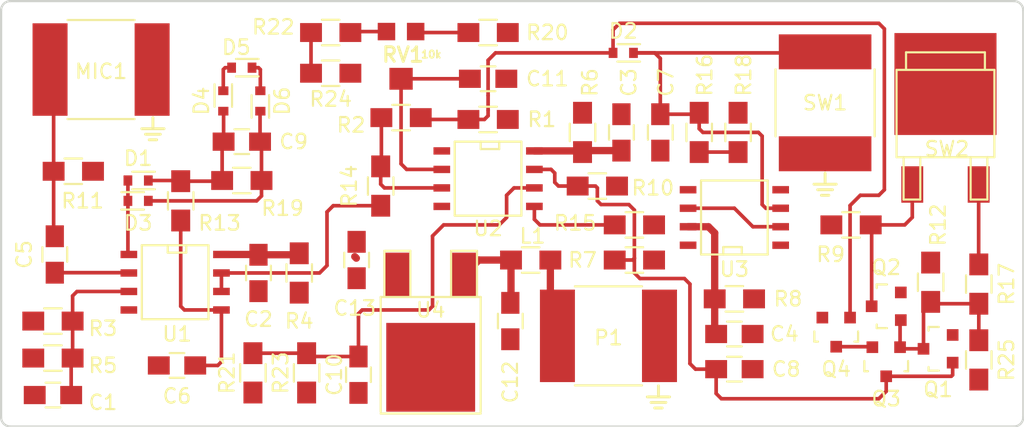
<source format=kicad_pcb>
(kicad_pcb (version 4) (host pcbnew 4.0.4-stable)

  (general
    (links 105)
    (no_connects 41)
    (area 115.621999 76.505999 185.928 105.866001)
    (thickness 1.6)
    (drawings 20)
    (tracks 187)
    (zones 0)
    (modules 58)
    (nets 34)
  )

  (page A4)
  (layers
    (0 F.Cu signal)
    (31 B.Cu signal)
    (32 B.Adhes user)
    (33 F.Adhes user)
    (34 B.Paste user)
    (35 F.Paste user)
    (36 B.SilkS user)
    (37 F.SilkS user)
    (38 B.Mask user)
    (39 F.Mask user)
    (40 Dwgs.User user)
    (41 Cmts.User user)
    (42 Eco1.User user)
    (43 Eco2.User user)
    (44 Edge.Cuts user)
    (45 Margin user)
    (46 B.CrtYd user)
    (47 F.CrtYd user)
    (48 B.Fab user)
    (49 F.Fab user)
  )

  (setup
    (last_trace_width 0.25)
    (user_trace_width 0.5)
    (trace_clearance 0.2)
    (zone_clearance 0.508)
    (zone_45_only no)
    (trace_min 0.2)
    (segment_width 0.2)
    (edge_width 0.15)
    (via_size 0.6)
    (via_drill 0.4)
    (via_min_size 0.4)
    (via_min_drill 0.3)
    (uvia_size 0.3)
    (uvia_drill 0.1)
    (uvias_allowed no)
    (uvia_min_size 0.2)
    (uvia_min_drill 0.1)
    (pcb_text_width 0.3)
    (pcb_text_size 1.5 1.5)
    (mod_edge_width 0.15)
    (mod_text_size 1 1)
    (mod_text_width 0.15)
    (pad_size 1.524 1.524)
    (pad_drill 0.762)
    (pad_to_mask_clearance 0.2)
    (aux_axis_origin 0 0)
    (visible_elements FFFEF77F)
    (pcbplotparams
      (layerselection 0x00030_80000001)
      (usegerberextensions false)
      (excludeedgelayer true)
      (linewidth 0.100000)
      (plotframeref false)
      (viasonmask false)
      (mode 1)
      (useauxorigin false)
      (hpglpennumber 1)
      (hpglpenspeed 20)
      (hpglpendiameter 15)
      (hpglpenoverlay 2)
      (psnegative false)
      (psa4output false)
      (plotreference true)
      (plotvalue true)
      (plotinvisibletext false)
      (padsonsilk false)
      (subtractmaskfromsilk false)
      (outputformat 1)
      (mirror false)
      (drillshape 1)
      (scaleselection 1)
      (outputdirectory ""))
  )

  (net 0 "")
  (net 1 "Net-(C1-Pad1)")
  (net 2 GND)
  (net 3 "Net-(C2-Pad2)")
  (net 4 "Net-(C3-Pad2)")
  (net 5 "Net-(C4-Pad2)")
  (net 6 "Net-(C5-Pad1)")
  (net 7 "Net-(C5-Pad2)")
  (net 8 "Net-(C6-Pad1)")
  (net 9 "Net-(C7-Pad1)")
  (net 10 "Net-(C8-Pad1)")
  (net 11 "Net-(C9-Pad1)")
  (net 12 "Net-(C10-Pad1)")
  (net 13 "Net-(C11-Pad1)")
  (net 14 "Net-(C12-Pad1)")
  (net 15 +5V)
  (net 16 "Net-(D1-Pad2)")
  (net 17 "Net-(D2-Pad2)")
  (net 18 "Net-(D4-Pad1)")
  (net 19 "Net-(D5-Pad1)")
  (net 20 "Net-(L1-Pad1)")
  (net 21 "Net-(Q1-Pad3)")
  (net 22 "Net-(Q2-Pad3)")
  (net 23 "Net-(Q3-Pad2)")
  (net 24 "Net-(R14-Pad1)")
  (net 25 "Net-(R10-Pad2)")
  (net 26 "Net-(R14-Pad2)")
  (net 27 "Net-(R15-Pad2)")
  (net 28 "Net-(R16-Pad1)")
  (net 29 "Net-(R17-Pad1)")
  (net 30 "Net-(R20-Pad1)")
  (net 31 "Net-(R22-Pad1)")
  (net 32 "Net-(R22-Pad2)")
  (net 33 Switch)

  (net_class Default "This is the default net class."
    (clearance 0.2)
    (trace_width 0.25)
    (via_dia 0.6)
    (via_drill 0.4)
    (uvia_dia 0.3)
    (uvia_drill 0.1)
    (add_net +5V)
    (add_net GND)
    (add_net "Net-(C1-Pad1)")
    (add_net "Net-(C10-Pad1)")
    (add_net "Net-(C11-Pad1)")
    (add_net "Net-(C12-Pad1)")
    (add_net "Net-(C2-Pad2)")
    (add_net "Net-(C3-Pad2)")
    (add_net "Net-(C4-Pad2)")
    (add_net "Net-(C5-Pad1)")
    (add_net "Net-(C5-Pad2)")
    (add_net "Net-(C6-Pad1)")
    (add_net "Net-(C7-Pad1)")
    (add_net "Net-(C8-Pad1)")
    (add_net "Net-(C9-Pad1)")
    (add_net "Net-(D1-Pad2)")
    (add_net "Net-(D2-Pad2)")
    (add_net "Net-(D4-Pad1)")
    (add_net "Net-(D5-Pad1)")
    (add_net "Net-(L1-Pad1)")
    (add_net "Net-(Q1-Pad3)")
    (add_net "Net-(Q2-Pad3)")
    (add_net "Net-(Q3-Pad2)")
    (add_net "Net-(R10-Pad2)")
    (add_net "Net-(R14-Pad1)")
    (add_net "Net-(R14-Pad2)")
    (add_net "Net-(R15-Pad2)")
    (add_net "Net-(R16-Pad1)")
    (add_net "Net-(R17-Pad1)")
    (add_net "Net-(R20-Pad1)")
    (add_net "Net-(R22-Pad1)")
    (add_net "Net-(R22-Pad2)")
    (add_net Switch)
  )

  (module Capacitors_SMD:C_0805_HandSoldering (layer F.Cu) (tedit 58023F28) (tstamp 58023E44)
    (at 119.253 103.632 180)
    (descr "Capacitor SMD 0805, hand soldering")
    (tags "capacitor 0805")
    (path /5801C8F1)
    (attr smd)
    (fp_text reference C1 (at -3.429 -0.508 180) (layer F.SilkS)
      (effects (font (size 1 1) (thickness 0.15)))
    )
    (fp_text value 0.1uF (at 0 2.1 180) (layer F.Fab)
      (effects (font (size 1 1) (thickness 0.15)))
    )
    (fp_line (start -2.3 -1) (end 2.3 -1) (layer F.CrtYd) (width 0.05))
    (fp_line (start -2.3 1) (end 2.3 1) (layer F.CrtYd) (width 0.05))
    (fp_line (start -2.3 -1) (end -2.3 1) (layer F.CrtYd) (width 0.05))
    (fp_line (start 2.3 -1) (end 2.3 1) (layer F.CrtYd) (width 0.05))
    (fp_line (start 0.5 -0.85) (end -0.5 -0.85) (layer F.SilkS) (width 0.15))
    (fp_line (start -0.5 0.85) (end 0.5 0.85) (layer F.SilkS) (width 0.15))
    (pad 1 smd rect (at -1.25 0 180) (size 1.5 1.25) (layers F.Cu F.Paste F.Mask)
      (net 1 "Net-(C1-Pad1)"))
    (pad 2 smd rect (at 1.25 0 180) (size 1.5 1.25) (layers F.Cu F.Paste F.Mask)
      (net 2 GND))
    (model Capacitors_SMD.3dshapes/C_0805_HandSoldering.wrl
      (at (xyz 0 0 0))
      (scale (xyz 1 1 1))
      (rotate (xyz 0 0 0))
    )
  )

  (module Capacitors_SMD:C_0805_HandSoldering (layer F.Cu) (tedit 5802415E) (tstamp 58023E50)
    (at 133.35 95.25 90)
    (descr "Capacitor SMD 0805, hand soldering")
    (tags "capacitor 0805")
    (path /5801C7C5)
    (attr smd)
    (fp_text reference C2 (at -3.175 0 180) (layer F.SilkS)
      (effects (font (size 1 1) (thickness 0.15)))
    )
    (fp_text value 0.1uF (at 0 2.1 90) (layer F.Fab)
      (effects (font (size 1 1) (thickness 0.15)))
    )
    (fp_line (start -2.3 -1) (end 2.3 -1) (layer F.CrtYd) (width 0.05))
    (fp_line (start -2.3 1) (end 2.3 1) (layer F.CrtYd) (width 0.05))
    (fp_line (start -2.3 -1) (end -2.3 1) (layer F.CrtYd) (width 0.05))
    (fp_line (start 2.3 -1) (end 2.3 1) (layer F.CrtYd) (width 0.05))
    (fp_line (start 0.5 -0.85) (end -0.5 -0.85) (layer F.SilkS) (width 0.15))
    (fp_line (start -0.5 0.85) (end 0.5 0.85) (layer F.SilkS) (width 0.15))
    (pad 1 smd rect (at -1.25 0 90) (size 1.5 1.25) (layers F.Cu F.Paste F.Mask)
      (net 2 GND))
    (pad 2 smd rect (at 1.25 0 90) (size 1.5 1.25) (layers F.Cu F.Paste F.Mask)
      (net 3 "Net-(C2-Pad2)"))
    (model Capacitors_SMD.3dshapes/C_0805_HandSoldering.wrl
      (at (xyz 0 0 0))
      (scale (xyz 1 1 1))
      (rotate (xyz 0 0 0))
    )
  )

  (module Capacitors_SMD:C_0805_HandSoldering (layer F.Cu) (tedit 5802488A) (tstamp 58023E5C)
    (at 158.242 85.598 270)
    (descr "Capacitor SMD 0805, hand soldering")
    (tags "capacitor 0805")
    (path /5801D232)
    (attr smd)
    (fp_text reference C3 (at -3.429 -0.508 270) (layer F.SilkS)
      (effects (font (size 1 1) (thickness 0.15)))
    )
    (fp_text value 0.1uF (at 0 2.1 270) (layer F.Fab)
      (effects (font (size 1 1) (thickness 0.15)))
    )
    (fp_line (start -2.3 -1) (end 2.3 -1) (layer F.CrtYd) (width 0.05))
    (fp_line (start -2.3 1) (end 2.3 1) (layer F.CrtYd) (width 0.05))
    (fp_line (start -2.3 -1) (end -2.3 1) (layer F.CrtYd) (width 0.05))
    (fp_line (start 2.3 -1) (end 2.3 1) (layer F.CrtYd) (width 0.05))
    (fp_line (start 0.5 -0.85) (end -0.5 -0.85) (layer F.SilkS) (width 0.15))
    (fp_line (start -0.5 0.85) (end 0.5 0.85) (layer F.SilkS) (width 0.15))
    (pad 1 smd rect (at -1.25 0 270) (size 1.5 1.25) (layers F.Cu F.Paste F.Mask)
      (net 2 GND))
    (pad 2 smd rect (at 1.25 0 270) (size 1.5 1.25) (layers F.Cu F.Paste F.Mask)
      (net 4 "Net-(C3-Pad2)"))
    (model Capacitors_SMD.3dshapes/C_0805_HandSoldering.wrl
      (at (xyz 0 0 0))
      (scale (xyz 1 1 1))
      (rotate (xyz 0 0 0))
    )
  )

  (module Capacitors_SMD:C_0805_HandSoldering (layer F.Cu) (tedit 58024B64) (tstamp 58023E68)
    (at 165.989 99.441 180)
    (descr "Capacitor SMD 0805, hand soldering")
    (tags "capacitor 0805")
    (path /5801D702)
    (attr smd)
    (fp_text reference C4 (at -3.429 0 180) (layer F.SilkS)
      (effects (font (size 1 1) (thickness 0.15)))
    )
    (fp_text value 0.1uF (at 0 2.1 180) (layer F.Fab)
      (effects (font (size 1 1) (thickness 0.15)))
    )
    (fp_line (start -2.3 -1) (end 2.3 -1) (layer F.CrtYd) (width 0.05))
    (fp_line (start -2.3 1) (end 2.3 1) (layer F.CrtYd) (width 0.05))
    (fp_line (start -2.3 -1) (end -2.3 1) (layer F.CrtYd) (width 0.05))
    (fp_line (start 2.3 -1) (end 2.3 1) (layer F.CrtYd) (width 0.05))
    (fp_line (start 0.5 -0.85) (end -0.5 -0.85) (layer F.SilkS) (width 0.15))
    (fp_line (start -0.5 0.85) (end 0.5 0.85) (layer F.SilkS) (width 0.15))
    (pad 1 smd rect (at -1.25 0 180) (size 1.5 1.25) (layers F.Cu F.Paste F.Mask)
      (net 2 GND))
    (pad 2 smd rect (at 1.25 0 180) (size 1.5 1.25) (layers F.Cu F.Paste F.Mask)
      (net 5 "Net-(C4-Pad2)"))
    (model Capacitors_SMD.3dshapes/C_0805_HandSoldering.wrl
      (at (xyz 0 0 0))
      (scale (xyz 1 1 1))
      (rotate (xyz 0 0 0))
    )
  )

  (module Capacitors_SMD:C_0805_HandSoldering (layer F.Cu) (tedit 541A9B8D) (tstamp 58023E74)
    (at 119.38 93.98 90)
    (descr "Capacitor SMD 0805, hand soldering")
    (tags "capacitor 0805")
    (path /57FECCF6)
    (attr smd)
    (fp_text reference C5 (at 0 -2.1 90) (layer F.SilkS)
      (effects (font (size 1 1) (thickness 0.15)))
    )
    (fp_text value 0.1uF (at 0 2.1 90) (layer F.Fab)
      (effects (font (size 1 1) (thickness 0.15)))
    )
    (fp_line (start -2.3 -1) (end 2.3 -1) (layer F.CrtYd) (width 0.05))
    (fp_line (start -2.3 1) (end 2.3 1) (layer F.CrtYd) (width 0.05))
    (fp_line (start -2.3 -1) (end -2.3 1) (layer F.CrtYd) (width 0.05))
    (fp_line (start 2.3 -1) (end 2.3 1) (layer F.CrtYd) (width 0.05))
    (fp_line (start 0.5 -0.85) (end -0.5 -0.85) (layer F.SilkS) (width 0.15))
    (fp_line (start -0.5 0.85) (end 0.5 0.85) (layer F.SilkS) (width 0.15))
    (pad 1 smd rect (at -1.25 0 90) (size 1.5 1.25) (layers F.Cu F.Paste F.Mask)
      (net 6 "Net-(C5-Pad1)"))
    (pad 2 smd rect (at 1.25 0 90) (size 1.5 1.25) (layers F.Cu F.Paste F.Mask)
      (net 7 "Net-(C5-Pad2)"))
    (model Capacitors_SMD.3dshapes/C_0805_HandSoldering.wrl
      (at (xyz 0 0 0))
      (scale (xyz 1 1 1))
      (rotate (xyz 0 0 0))
    )
  )

  (module Capacitors_SMD:C_0805_HandSoldering (layer F.Cu) (tedit 541A9B8D) (tstamp 58023E80)
    (at 127.762 101.6 180)
    (descr "Capacitor SMD 0805, hand soldering")
    (tags "capacitor 0805")
    (path /5801D081)
    (attr smd)
    (fp_text reference C6 (at 0 -2.1 180) (layer F.SilkS)
      (effects (font (size 1 1) (thickness 0.15)))
    )
    (fp_text value 0.1uF (at 0 2.1 180) (layer F.Fab)
      (effects (font (size 1 1) (thickness 0.15)))
    )
    (fp_line (start -2.3 -1) (end 2.3 -1) (layer F.CrtYd) (width 0.05))
    (fp_line (start -2.3 1) (end 2.3 1) (layer F.CrtYd) (width 0.05))
    (fp_line (start -2.3 -1) (end -2.3 1) (layer F.CrtYd) (width 0.05))
    (fp_line (start 2.3 -1) (end 2.3 1) (layer F.CrtYd) (width 0.05))
    (fp_line (start 0.5 -0.85) (end -0.5 -0.85) (layer F.SilkS) (width 0.15))
    (fp_line (start -0.5 0.85) (end 0.5 0.85) (layer F.SilkS) (width 0.15))
    (pad 1 smd rect (at -1.25 0 180) (size 1.5 1.25) (layers F.Cu F.Paste F.Mask)
      (net 8 "Net-(C6-Pad1)"))
    (pad 2 smd rect (at 1.25 0 180) (size 1.5 1.25) (layers F.Cu F.Paste F.Mask)
      (net 2 GND))
    (model Capacitors_SMD.3dshapes/C_0805_HandSoldering.wrl
      (at (xyz 0 0 0))
      (scale (xyz 1 1 1))
      (rotate (xyz 0 0 0))
    )
  )

  (module Capacitors_SMD:C_0805_HandSoldering (layer F.Cu) (tedit 580249F2) (tstamp 58023E8C)
    (at 160.909 85.598 270)
    (descr "Capacitor SMD 0805, hand soldering")
    (tags "capacitor 0805")
    (path /57FF00AD)
    (attr smd)
    (fp_text reference C7 (at -3.429 -0.381 270) (layer F.SilkS)
      (effects (font (size 1 1) (thickness 0.15)))
    )
    (fp_text value 10uF (at 0 2.1 270) (layer F.Fab)
      (effects (font (size 1 1) (thickness 0.15)))
    )
    (fp_line (start -2.3 -1) (end 2.3 -1) (layer F.CrtYd) (width 0.05))
    (fp_line (start -2.3 1) (end 2.3 1) (layer F.CrtYd) (width 0.05))
    (fp_line (start -2.3 -1) (end -2.3 1) (layer F.CrtYd) (width 0.05))
    (fp_line (start 2.3 -1) (end 2.3 1) (layer F.CrtYd) (width 0.05))
    (fp_line (start 0.5 -0.85) (end -0.5 -0.85) (layer F.SilkS) (width 0.15))
    (fp_line (start -0.5 0.85) (end 0.5 0.85) (layer F.SilkS) (width 0.15))
    (pad 1 smd rect (at -1.25 0 270) (size 1.5 1.25) (layers F.Cu F.Paste F.Mask)
      (net 9 "Net-(C7-Pad1)"))
    (pad 2 smd rect (at 1.25 0 270) (size 1.5 1.25) (layers F.Cu F.Paste F.Mask)
      (net 2 GND))
    (model Capacitors_SMD.3dshapes/C_0805_HandSoldering.wrl
      (at (xyz 0 0 0))
      (scale (xyz 1 1 1))
      (rotate (xyz 0 0 0))
    )
  )

  (module Capacitors_SMD:C_0805_HandSoldering (layer F.Cu) (tedit 58024DE8) (tstamp 58023E98)
    (at 165.989 101.854)
    (descr "Capacitor SMD 0805, hand soldering")
    (tags "capacitor 0805")
    (path /5802B134)
    (attr smd)
    (fp_text reference C8 (at 3.556 0) (layer F.SilkS)
      (effects (font (size 1 1) (thickness 0.15)))
    )
    (fp_text value 10uF (at 0 2.1) (layer F.Fab)
      (effects (font (size 1 1) (thickness 0.15)))
    )
    (fp_line (start -2.3 -1) (end 2.3 -1) (layer F.CrtYd) (width 0.05))
    (fp_line (start -2.3 1) (end 2.3 1) (layer F.CrtYd) (width 0.05))
    (fp_line (start -2.3 -1) (end -2.3 1) (layer F.CrtYd) (width 0.05))
    (fp_line (start 2.3 -1) (end 2.3 1) (layer F.CrtYd) (width 0.05))
    (fp_line (start 0.5 -0.85) (end -0.5 -0.85) (layer F.SilkS) (width 0.15))
    (fp_line (start -0.5 0.85) (end 0.5 0.85) (layer F.SilkS) (width 0.15))
    (pad 1 smd rect (at -1.25 0) (size 1.5 1.25) (layers F.Cu F.Paste F.Mask)
      (net 10 "Net-(C8-Pad1)"))
    (pad 2 smd rect (at 1.25 0) (size 1.5 1.25) (layers F.Cu F.Paste F.Mask)
      (net 2 GND))
    (model Capacitors_SMD.3dshapes/C_0805_HandSoldering.wrl
      (at (xyz 0 0 0))
      (scale (xyz 1 1 1))
      (rotate (xyz 0 0 0))
    )
  )

  (module Capacitors_SMD:C_0805_HandSoldering (layer F.Cu) (tedit 58023DFA) (tstamp 58023EA4)
    (at 132.207 86.233)
    (descr "Capacitor SMD 0805, hand soldering")
    (tags "capacitor 0805")
    (path /57FED09A)
    (attr smd)
    (fp_text reference C9 (at 3.556 0) (layer F.SilkS)
      (effects (font (size 1 1) (thickness 0.15)))
    )
    (fp_text value 100pF (at 0 2.1) (layer F.Fab)
      (effects (font (size 1 1) (thickness 0.15)))
    )
    (fp_line (start -2.3 -1) (end 2.3 -1) (layer F.CrtYd) (width 0.05))
    (fp_line (start -2.3 1) (end 2.3 1) (layer F.CrtYd) (width 0.05))
    (fp_line (start -2.3 -1) (end -2.3 1) (layer F.CrtYd) (width 0.05))
    (fp_line (start 2.3 -1) (end 2.3 1) (layer F.CrtYd) (width 0.05))
    (fp_line (start 0.5 -0.85) (end -0.5 -0.85) (layer F.SilkS) (width 0.15))
    (fp_line (start -0.5 0.85) (end 0.5 0.85) (layer F.SilkS) (width 0.15))
    (pad 1 smd rect (at -1.25 0) (size 1.5 1.25) (layers F.Cu F.Paste F.Mask)
      (net 11 "Net-(C9-Pad1)"))
    (pad 2 smd rect (at 1.25 0) (size 1.5 1.25) (layers F.Cu F.Paste F.Mask)
      (net 6 "Net-(C5-Pad1)"))
    (model Capacitors_SMD.3dshapes/C_0805_HandSoldering.wrl
      (at (xyz 0 0 0))
      (scale (xyz 1 1 1))
      (rotate (xyz 0 0 0))
    )
  )

  (module Capacitors_SMD:C_0805_HandSoldering (layer F.Cu) (tedit 58024F60) (tstamp 58023EB0)
    (at 140.208 102.235 270)
    (descr "Capacitor SMD 0805, hand soldering")
    (tags "capacitor 0805")
    (path /5801D8B7)
    (attr smd)
    (fp_text reference C10 (at 0 1.651 270) (layer F.SilkS)
      (effects (font (size 1 1) (thickness 0.15)))
    )
    (fp_text value 0.1uF (at 0 2.1 270) (layer F.Fab)
      (effects (font (size 1 1) (thickness 0.15)))
    )
    (fp_line (start -2.3 -1) (end 2.3 -1) (layer F.CrtYd) (width 0.05))
    (fp_line (start -2.3 1) (end 2.3 1) (layer F.CrtYd) (width 0.05))
    (fp_line (start -2.3 -1) (end -2.3 1) (layer F.CrtYd) (width 0.05))
    (fp_line (start 2.3 -1) (end 2.3 1) (layer F.CrtYd) (width 0.05))
    (fp_line (start 0.5 -0.85) (end -0.5 -0.85) (layer F.SilkS) (width 0.15))
    (fp_line (start -0.5 0.85) (end 0.5 0.85) (layer F.SilkS) (width 0.15))
    (pad 1 smd rect (at -1.25 0 270) (size 1.5 1.25) (layers F.Cu F.Paste F.Mask)
      (net 12 "Net-(C10-Pad1)"))
    (pad 2 smd rect (at 1.25 0 270) (size 1.5 1.25) (layers F.Cu F.Paste F.Mask)
      (net 2 GND))
    (model Capacitors_SMD.3dshapes/C_0805_HandSoldering.wrl
      (at (xyz 0 0 0))
      (scale (xyz 1 1 1))
      (rotate (xyz 0 0 0))
    )
  )

  (module Capacitors_SMD:C_0805_HandSoldering (layer F.Cu) (tedit 5802474A) (tstamp 58023EBC)
    (at 149.098 81.915)
    (descr "Capacitor SMD 0805, hand soldering")
    (tags "capacitor 0805")
    (path /5801D4A4)
    (attr smd)
    (fp_text reference C11 (at 4.064 0) (layer F.SilkS)
      (effects (font (size 1 1) (thickness 0.15)))
    )
    (fp_text value 0.1uF (at 0 2.1) (layer F.Fab)
      (effects (font (size 1 1) (thickness 0.15)))
    )
    (fp_line (start -2.3 -1) (end 2.3 -1) (layer F.CrtYd) (width 0.05))
    (fp_line (start -2.3 1) (end 2.3 1) (layer F.CrtYd) (width 0.05))
    (fp_line (start -2.3 -1) (end -2.3 1) (layer F.CrtYd) (width 0.05))
    (fp_line (start 2.3 -1) (end 2.3 1) (layer F.CrtYd) (width 0.05))
    (fp_line (start 0.5 -0.85) (end -0.5 -0.85) (layer F.SilkS) (width 0.15))
    (fp_line (start -0.5 0.85) (end 0.5 0.85) (layer F.SilkS) (width 0.15))
    (pad 1 smd rect (at -1.25 0) (size 1.5 1.25) (layers F.Cu F.Paste F.Mask)
      (net 13 "Net-(C11-Pad1)"))
    (pad 2 smd rect (at 1.25 0) (size 1.5 1.25) (layers F.Cu F.Paste F.Mask)
      (net 2 GND))
    (model Capacitors_SMD.3dshapes/C_0805_HandSoldering.wrl
      (at (xyz 0 0 0))
      (scale (xyz 1 1 1))
      (rotate (xyz 0 0 0))
    )
  )

  (module Capacitors_SMD:C_0805_HandSoldering (layer F.Cu) (tedit 580243D6) (tstamp 58023EC8)
    (at 150.622 98.552 270)
    (descr "Capacitor SMD 0805, hand soldering")
    (tags "capacitor 0805")
    (path /58000190)
    (attr smd)
    (fp_text reference C12 (at 4.191 0 270) (layer F.SilkS)
      (effects (font (size 1 1) (thickness 0.15)))
    )
    (fp_text value 0.33uF (at 0 2.1 270) (layer F.Fab)
      (effects (font (size 1 1) (thickness 0.15)))
    )
    (fp_line (start -2.3 -1) (end 2.3 -1) (layer F.CrtYd) (width 0.05))
    (fp_line (start -2.3 1) (end 2.3 1) (layer F.CrtYd) (width 0.05))
    (fp_line (start -2.3 -1) (end -2.3 1) (layer F.CrtYd) (width 0.05))
    (fp_line (start 2.3 -1) (end 2.3 1) (layer F.CrtYd) (width 0.05))
    (fp_line (start 0.5 -0.85) (end -0.5 -0.85) (layer F.SilkS) (width 0.15))
    (fp_line (start -0.5 0.85) (end 0.5 0.85) (layer F.SilkS) (width 0.15))
    (pad 1 smd rect (at -1.25 0 270) (size 1.5 1.25) (layers F.Cu F.Paste F.Mask)
      (net 14 "Net-(C12-Pad1)"))
    (pad 2 smd rect (at 1.25 0 270) (size 1.5 1.25) (layers F.Cu F.Paste F.Mask)
      (net 2 GND))
    (model Capacitors_SMD.3dshapes/C_0805_HandSoldering.wrl
      (at (xyz 0 0 0))
      (scale (xyz 1 1 1))
      (rotate (xyz 0 0 0))
    )
  )

  (module Capacitors_SMD:C_0805_HandSoldering (layer F.Cu) (tedit 5802538C) (tstamp 58023ED4)
    (at 140.081 94.361 90)
    (descr "Capacitor SMD 0805, hand soldering")
    (tags "capacitor 0805")
    (path /5801DDC3)
    (attr smd)
    (fp_text reference C13 (at -3.302 -0.127 180) (layer F.SilkS)
      (effects (font (size 1 1) (thickness 0.15)))
    )
    (fp_text value 0.1uF (at 0 2.1 90) (layer F.Fab)
      (effects (font (size 1 1) (thickness 0.15)))
    )
    (fp_line (start -2.3 -1) (end 2.3 -1) (layer F.CrtYd) (width 0.05))
    (fp_line (start -2.3 1) (end 2.3 1) (layer F.CrtYd) (width 0.05))
    (fp_line (start -2.3 -1) (end -2.3 1) (layer F.CrtYd) (width 0.05))
    (fp_line (start 2.3 -1) (end 2.3 1) (layer F.CrtYd) (width 0.05))
    (fp_line (start 0.5 -0.85) (end -0.5 -0.85) (layer F.SilkS) (width 0.15))
    (fp_line (start -0.5 0.85) (end 0.5 0.85) (layer F.SilkS) (width 0.15))
    (pad 1 smd rect (at -1.25 0 90) (size 1.5 1.25) (layers F.Cu F.Paste F.Mask)
      (net 15 +5V))
    (pad 2 smd rect (at 1.25 0 90) (size 1.5 1.25) (layers F.Cu F.Paste F.Mask)
      (net 2 GND))
    (model Capacitors_SMD.3dshapes/C_0805_HandSoldering.wrl
      (at (xyz 0 0 0))
      (scale (xyz 1 1 1))
      (rotate (xyz 0 0 0))
    )
  )

  (module Diodes_SMD:SOD-523 (layer F.Cu) (tedit 5802400A) (tstamp 58023EDC)
    (at 125.095 88.9)
    (descr "http://www.diodes.com/datasheets/ap02001.pdf p.144")
    (tags "Diode SOD523")
    (path /5801AAD3)
    (attr smd)
    (fp_text reference D1 (at 0 -1.524) (layer F.SilkS)
      (effects (font (size 1 1) (thickness 0.15)))
    )
    (fp_text value 1N4148 (at 0 1.7) (layer F.Fab)
      (effects (font (size 1 1) (thickness 0.15)))
    )
    (fp_line (start -0.4 0.6) (end 1.15 0.6) (layer F.SilkS) (width 0.15))
    (fp_line (start -0.4 -0.6) (end 1.15 -0.6) (layer F.SilkS) (width 0.15))
    (pad 2 smd rect (at -0.7 0) (size 0.6 0.7) (layers F.Cu F.Paste F.Mask)
      (net 16 "Net-(D1-Pad2)"))
    (pad 1 smd rect (at 0.7 0) (size 0.6 0.7) (layers F.Cu F.Paste F.Mask)
      (net 11 "Net-(C9-Pad1)"))
  )

  (module Diodes_SMD:SOD-523 (layer F.Cu) (tedit 0) (tstamp 58023EE4)
    (at 158.369 80.137)
    (descr "http://www.diodes.com/datasheets/ap02001.pdf p.144")
    (tags "Diode SOD523")
    (path /5801ACE1)
    (attr smd)
    (fp_text reference D2 (at 0 -1.5) (layer F.SilkS)
      (effects (font (size 1 1) (thickness 0.15)))
    )
    (fp_text value 1N4148 (at 0 1.7) (layer F.Fab)
      (effects (font (size 1 1) (thickness 0.15)))
    )
    (fp_line (start -0.4 0.6) (end 1.15 0.6) (layer F.SilkS) (width 0.15))
    (fp_line (start -0.4 -0.6) (end 1.15 -0.6) (layer F.SilkS) (width 0.15))
    (pad 2 smd rect (at -0.7 0) (size 0.6 0.7) (layers F.Cu F.Paste F.Mask)
      (net 17 "Net-(D2-Pad2)"))
    (pad 1 smd rect (at 0.7 0) (size 0.6 0.7) (layers F.Cu F.Paste F.Mask)
      (net 9 "Net-(C7-Pad1)"))
  )

  (module Diodes_SMD:SOD-523 (layer F.Cu) (tedit 58024053) (tstamp 58023EEC)
    (at 125.095 90.297 180)
    (descr "http://www.diodes.com/datasheets/ap02001.pdf p.144")
    (tags "Diode SOD523")
    (path /57FECF9C)
    (attr smd)
    (fp_text reference D3 (at 0 -1.524 180) (layer F.SilkS)
      (effects (font (size 1 1) (thickness 0.15)))
    )
    (fp_text value 1N4148 (at 0 1.7 180) (layer F.Fab)
      (effects (font (size 1 1) (thickness 0.15)))
    )
    (fp_line (start -0.4 0.6) (end 1.15 0.6) (layer F.SilkS) (width 0.15))
    (fp_line (start -0.4 -0.6) (end 1.15 -0.6) (layer F.SilkS) (width 0.15))
    (pad 2 smd rect (at -0.7 0 180) (size 0.6 0.7) (layers F.Cu F.Paste F.Mask)
      (net 6 "Net-(C5-Pad1)"))
    (pad 1 smd rect (at 0.7 0 180) (size 0.6 0.7) (layers F.Cu F.Paste F.Mask)
      (net 16 "Net-(D1-Pad2)"))
  )

  (module Diodes_SMD:SOD-523 (layer F.Cu) (tedit 0) (tstamp 58023EF4)
    (at 130.937 83.439 90)
    (descr "http://www.diodes.com/datasheets/ap02001.pdf p.144")
    (tags "Diode SOD523")
    (path /5801AF73)
    (attr smd)
    (fp_text reference D4 (at 0 -1.5 90) (layer F.SilkS)
      (effects (font (size 1 1) (thickness 0.15)))
    )
    (fp_text value 1N4148 (at 0 1.7 90) (layer F.Fab)
      (effects (font (size 1 1) (thickness 0.15)))
    )
    (fp_line (start -0.4 0.6) (end 1.15 0.6) (layer F.SilkS) (width 0.15))
    (fp_line (start -0.4 -0.6) (end 1.15 -0.6) (layer F.SilkS) (width 0.15))
    (pad 2 smd rect (at -0.7 0 90) (size 0.6 0.7) (layers F.Cu F.Paste F.Mask)
      (net 11 "Net-(C9-Pad1)"))
    (pad 1 smd rect (at 0.7 0 90) (size 0.6 0.7) (layers F.Cu F.Paste F.Mask)
      (net 18 "Net-(D4-Pad1)"))
  )

  (module Diodes_SMD:SOD-523 (layer F.Cu) (tedit 5802478D) (tstamp 58023EFC)
    (at 132.207 81.153)
    (descr "http://www.diodes.com/datasheets/ap02001.pdf p.144")
    (tags "Diode SOD523")
    (path /5801B071)
    (attr smd)
    (fp_text reference D5 (at -0.381 -1.397) (layer F.SilkS)
      (effects (font (size 1 1) (thickness 0.15)))
    )
    (fp_text value 1N4148 (at 0 1.7) (layer F.Fab)
      (effects (font (size 1 1) (thickness 0.15)))
    )
    (fp_line (start -0.4 0.6) (end 1.15 0.6) (layer F.SilkS) (width 0.15))
    (fp_line (start -0.4 -0.6) (end 1.15 -0.6) (layer F.SilkS) (width 0.15))
    (pad 2 smd rect (at -0.7 0) (size 0.6 0.7) (layers F.Cu F.Paste F.Mask)
      (net 18 "Net-(D4-Pad1)"))
    (pad 1 smd rect (at 0.7 0) (size 0.6 0.7) (layers F.Cu F.Paste F.Mask)
      (net 19 "Net-(D5-Pad1)"))
  )

  (module Diodes_SMD:SOD-523 (layer F.Cu) (tedit 0) (tstamp 58023F04)
    (at 133.477 83.439 270)
    (descr "http://www.diodes.com/datasheets/ap02001.pdf p.144")
    (tags "Diode SOD523")
    (path /5801B154)
    (attr smd)
    (fp_text reference D6 (at 0 -1.5 270) (layer F.SilkS)
      (effects (font (size 1 1) (thickness 0.15)))
    )
    (fp_text value 1N4148 (at 0 1.7 270) (layer F.Fab)
      (effects (font (size 1 1) (thickness 0.15)))
    )
    (fp_line (start -0.4 0.6) (end 1.15 0.6) (layer F.SilkS) (width 0.15))
    (fp_line (start -0.4 -0.6) (end 1.15 -0.6) (layer F.SilkS) (width 0.15))
    (pad 2 smd rect (at -0.7 0 270) (size 0.6 0.7) (layers F.Cu F.Paste F.Mask)
      (net 19 "Net-(D5-Pad1)"))
    (pad 1 smd rect (at 0.7 0 270) (size 0.6 0.7) (layers F.Cu F.Paste F.Mask)
      (net 6 "Net-(C5-Pad1)"))
  )

  (module Resistors_SMD:R_0805_HandSoldering (layer F.Cu) (tedit 58024D30) (tstamp 58023F10)
    (at 152.019 94.361 180)
    (descr "Resistor SMD 0805, hand soldering")
    (tags "resistor 0805")
    (path /5800062F)
    (attr smd)
    (fp_text reference L1 (at -0.127 1.651 180) (layer F.SilkS)
      (effects (font (size 1 1) (thickness 0.15)))
    )
    (fp_text value 10uH (at 0 2.1 180) (layer F.Fab)
      (effects (font (size 1 1) (thickness 0.15)))
    )
    (fp_line (start -2.4 -1) (end 2.4 -1) (layer F.CrtYd) (width 0.05))
    (fp_line (start -2.4 1) (end 2.4 1) (layer F.CrtYd) (width 0.05))
    (fp_line (start -2.4 -1) (end -2.4 1) (layer F.CrtYd) (width 0.05))
    (fp_line (start 2.4 -1) (end 2.4 1) (layer F.CrtYd) (width 0.05))
    (fp_line (start 0.6 0.875) (end -0.6 0.875) (layer F.SilkS) (width 0.15))
    (fp_line (start -0.6 -0.875) (end 0.6 -0.875) (layer F.SilkS) (width 0.15))
    (pad 1 smd rect (at -1.35 0 180) (size 1.5 1.3) (layers F.Cu F.Paste F.Mask)
      (net 20 "Net-(L1-Pad1)"))
    (pad 2 smd rect (at 1.35 0 180) (size 1.5 1.3) (layers F.Cu F.Paste F.Mask)
      (net 14 "Net-(C12-Pad1)"))
    (model Resistors_SMD.3dshapes/R_0805_HandSoldering.wrl
      (at (xyz 0 0 0))
      (scale (xyz 1 1 1))
      (rotate (xyz 0 0 0))
    )
  )

  (module Capacitors_SMD:C_2225_HandSoldering (layer F.Cu) (tedit 58023BF9) (tstamp 58023F1C)
    (at 122.555 81.28)
    (descr "Capacitor SMD 2225, hand soldering")
    (tags "capacitor 2225")
    (path /57FECBF2)
    (attr smd)
    (fp_text reference MIC1 (at 0 0.127) (layer F.SilkS)
      (effects (font (size 1 1) (thickness 0.15)))
    )
    (fp_text value POM-3535 (at 0 4.7) (layer F.Fab)
      (effects (font (size 1 1) (thickness 0.15)))
    )
    (fp_line (start -5 -3.55) (end 5 -3.55) (layer F.CrtYd) (width 0.05))
    (fp_line (start -5 3.55) (end 5 3.55) (layer F.CrtYd) (width 0.05))
    (fp_line (start -5 -3.55) (end -5 3.55) (layer F.CrtYd) (width 0.05))
    (fp_line (start 5 -3.55) (end 5 3.55) (layer F.CrtYd) (width 0.05))
    (fp_line (start 2.3 -3.4) (end -2.3 -3.4) (layer F.SilkS) (width 0.15))
    (fp_line (start -2.3 3.4) (end 2.3 3.4) (layer F.SilkS) (width 0.15))
    (pad 1 smd rect (at -3.5 0) (size 2.4 6.35) (layers F.Cu F.Paste F.Mask)
      (net 7 "Net-(C5-Pad2)"))
    (pad 2 smd rect (at 3.5 0) (size 2.4 6.35) (layers F.Cu F.Paste F.Mask)
      (net 2 GND))
    (model Capacitors_SMD.3dshapes/C_2225_HandSoldering.wrl
      (at (xyz 0 0 0))
      (scale (xyz 1 1 1))
      (rotate (xyz 0 0 0))
    )
  )

  (module Capacitors_SMD:C_2225_HandSoldering (layer F.Cu) (tedit 580243DA) (tstamp 58023F28)
    (at 157.353 99.568 180)
    (descr "Capacitor SMD 2225, hand soldering")
    (tags "capacitor 2225")
    (path /5802CD61)
    (attr smd)
    (fp_text reference P1 (at 0 -0.127 180) (layer F.SilkS)
      (effects (font (size 1 1) (thickness 0.15)))
    )
    (fp_text value +9V (at 0 4.7 180) (layer F.Fab)
      (effects (font (size 1 1) (thickness 0.15)))
    )
    (fp_line (start -5 -3.55) (end 5 -3.55) (layer F.CrtYd) (width 0.05))
    (fp_line (start -5 3.55) (end 5 3.55) (layer F.CrtYd) (width 0.05))
    (fp_line (start -5 -3.55) (end -5 3.55) (layer F.CrtYd) (width 0.05))
    (fp_line (start 5 -3.55) (end 5 3.55) (layer F.CrtYd) (width 0.05))
    (fp_line (start 2.3 -3.4) (end -2.3 -3.4) (layer F.SilkS) (width 0.15))
    (fp_line (start -2.3 3.4) (end 2.3 3.4) (layer F.SilkS) (width 0.15))
    (pad 1 smd rect (at -3.5 0 180) (size 2.4 6.35) (layers F.Cu F.Paste F.Mask)
      (net 2 GND))
    (pad 2 smd rect (at 3.5 0 180) (size 2.4 6.35) (layers F.Cu F.Paste F.Mask)
      (net 20 "Net-(L1-Pad1)"))
    (model Capacitors_SMD.3dshapes/C_2225_HandSoldering.wrl
      (at (xyz 0 0 0))
      (scale (xyz 1 1 1))
      (rotate (xyz 0 0 0))
    )
  )

  (module TO_SOT_Packages_SMD:SOT-23 (layer F.Cu) (tedit 58025085) (tstamp 58023F38)
    (at 179.959 100.457 90)
    (descr "SOT-23, Standard")
    (tags SOT-23)
    (path /57FF34F7)
    (attr smd)
    (fp_text reference Q1 (at -2.794 0 180) (layer F.SilkS)
      (effects (font (size 1 1) (thickness 0.15)))
    )
    (fp_text value BS170 (at 0 2.3 90) (layer F.Fab)
      (effects (font (size 1 1) (thickness 0.15)))
    )
    (fp_line (start -1.65 -1.6) (end 1.65 -1.6) (layer F.CrtYd) (width 0.05))
    (fp_line (start 1.65 -1.6) (end 1.65 1.6) (layer F.CrtYd) (width 0.05))
    (fp_line (start 1.65 1.6) (end -1.65 1.6) (layer F.CrtYd) (width 0.05))
    (fp_line (start -1.65 1.6) (end -1.65 -1.6) (layer F.CrtYd) (width 0.05))
    (fp_line (start 1.29916 -0.65024) (end 1.2509 -0.65024) (layer F.SilkS) (width 0.15))
    (fp_line (start -1.49982 0.0508) (end -1.49982 -0.65024) (layer F.SilkS) (width 0.15))
    (fp_line (start -1.49982 -0.65024) (end -1.2509 -0.65024) (layer F.SilkS) (width 0.15))
    (fp_line (start 1.29916 -0.65024) (end 1.49982 -0.65024) (layer F.SilkS) (width 0.15))
    (fp_line (start 1.49982 -0.65024) (end 1.49982 0.0508) (layer F.SilkS) (width 0.15))
    (pad 1 smd rect (at -0.95 1.00076 90) (size 0.8001 0.8001) (layers F.Cu F.Paste F.Mask)
      (net 10 "Net-(C8-Pad1)"))
    (pad 2 smd rect (at 0.95 1.00076 90) (size 0.8001 0.8001) (layers F.Cu F.Paste F.Mask)
      (net 2 GND))
    (pad 3 smd rect (at 0 -0.99822 90) (size 0.8001 0.8001) (layers F.Cu F.Paste F.Mask)
      (net 21 "Net-(Q1-Pad3)"))
    (model TO_SOT_Packages_SMD.3dshapes/SOT-23.wrl
      (at (xyz 0 0 0))
      (scale (xyz 1 1 1))
      (rotate (xyz 0 0 0))
    )
  )

  (module TO_SOT_Packages_SMD:SOT-23 (layer F.Cu) (tedit 580250CC) (tstamp 58023F48)
    (at 176.403 97.536 90)
    (descr "SOT-23, Standard")
    (tags SOT-23)
    (path /5801847A)
    (attr smd)
    (fp_text reference Q2 (at 2.667 0 180) (layer F.SilkS)
      (effects (font (size 1 1) (thickness 0.15)))
    )
    (fp_text value BS170 (at 0 2.3 90) (layer F.Fab)
      (effects (font (size 1 1) (thickness 0.15)))
    )
    (fp_line (start -1.65 -1.6) (end 1.65 -1.6) (layer F.CrtYd) (width 0.05))
    (fp_line (start 1.65 -1.6) (end 1.65 1.6) (layer F.CrtYd) (width 0.05))
    (fp_line (start 1.65 1.6) (end -1.65 1.6) (layer F.CrtYd) (width 0.05))
    (fp_line (start -1.65 1.6) (end -1.65 -1.6) (layer F.CrtYd) (width 0.05))
    (fp_line (start 1.29916 -0.65024) (end 1.2509 -0.65024) (layer F.SilkS) (width 0.15))
    (fp_line (start -1.49982 0.0508) (end -1.49982 -0.65024) (layer F.SilkS) (width 0.15))
    (fp_line (start -1.49982 -0.65024) (end -1.2509 -0.65024) (layer F.SilkS) (width 0.15))
    (fp_line (start 1.29916 -0.65024) (end 1.49982 -0.65024) (layer F.SilkS) (width 0.15))
    (fp_line (start 1.49982 -0.65024) (end 1.49982 0.0508) (layer F.SilkS) (width 0.15))
    (pad 1 smd rect (at -0.95 1.00076 90) (size 0.8001 0.8001) (layers F.Cu F.Paste F.Mask)
      (net 21 "Net-(Q1-Pad3)"))
    (pad 2 smd rect (at 0.95 1.00076 90) (size 0.8001 0.8001) (layers F.Cu F.Paste F.Mask)
      (net 2 GND))
    (pad 3 smd rect (at 0 -0.99822 90) (size 0.8001 0.8001) (layers F.Cu F.Paste F.Mask)
      (net 22 "Net-(Q2-Pad3)"))
    (model TO_SOT_Packages_SMD.3dshapes/SOT-23.wrl
      (at (xyz 0 0 0))
      (scale (xyz 1 1 1))
      (rotate (xyz 0 0 0))
    )
  )

  (module TO_SOT_Packages_SMD:SOT-23 (layer F.Cu) (tedit 58025087) (tstamp 58023F58)
    (at 176.403 101.346 180)
    (descr "SOT-23, Standard")
    (tags SOT-23)
    (path /58018925)
    (attr smd)
    (fp_text reference Q3 (at 0 -2.54 180) (layer F.SilkS)
      (effects (font (size 1 1) (thickness 0.15)))
    )
    (fp_text value BS170 (at 0 2.3 180) (layer F.Fab)
      (effects (font (size 1 1) (thickness 0.15)))
    )
    (fp_line (start -1.65 -1.6) (end 1.65 -1.6) (layer F.CrtYd) (width 0.05))
    (fp_line (start 1.65 -1.6) (end 1.65 1.6) (layer F.CrtYd) (width 0.05))
    (fp_line (start 1.65 1.6) (end -1.65 1.6) (layer F.CrtYd) (width 0.05))
    (fp_line (start -1.65 1.6) (end -1.65 -1.6) (layer F.CrtYd) (width 0.05))
    (fp_line (start 1.29916 -0.65024) (end 1.2509 -0.65024) (layer F.SilkS) (width 0.15))
    (fp_line (start -1.49982 0.0508) (end -1.49982 -0.65024) (layer F.SilkS) (width 0.15))
    (fp_line (start -1.49982 -0.65024) (end -1.2509 -0.65024) (layer F.SilkS) (width 0.15))
    (fp_line (start 1.29916 -0.65024) (end 1.49982 -0.65024) (layer F.SilkS) (width 0.15))
    (fp_line (start 1.49982 -0.65024) (end 1.49982 0.0508) (layer F.SilkS) (width 0.15))
    (pad 1 smd rect (at -0.95 1.00076 180) (size 0.8001 0.8001) (layers F.Cu F.Paste F.Mask)
      (net 21 "Net-(Q1-Pad3)"))
    (pad 2 smd rect (at 0.95 1.00076 180) (size 0.8001 0.8001) (layers F.Cu F.Paste F.Mask)
      (net 23 "Net-(Q3-Pad2)"))
    (pad 3 smd rect (at 0 -0.99822 180) (size 0.8001 0.8001) (layers F.Cu F.Paste F.Mask)
      (net 10 "Net-(C8-Pad1)"))
    (model TO_SOT_Packages_SMD.3dshapes/SOT-23.wrl
      (at (xyz 0 0 0))
      (scale (xyz 1 1 1))
      (rotate (xyz 0 0 0))
    )
  )

  (module TO_SOT_Packages_SMD:SOT-23 (layer F.Cu) (tedit 580252D5) (tstamp 58023F68)
    (at 172.974 99.314 180)
    (descr "SOT-23, Standard")
    (tags SOT-23)
    (path /58018713)
    (attr smd)
    (fp_text reference Q4 (at 0 -2.54 360) (layer F.SilkS)
      (effects (font (size 1 1) (thickness 0.15)))
    )
    (fp_text value BS170 (at 0 2.3 180) (layer F.Fab)
      (effects (font (size 1 1) (thickness 0.15)))
    )
    (fp_line (start -1.65 -1.6) (end 1.65 -1.6) (layer F.CrtYd) (width 0.05))
    (fp_line (start 1.65 -1.6) (end 1.65 1.6) (layer F.CrtYd) (width 0.05))
    (fp_line (start 1.65 1.6) (end -1.65 1.6) (layer F.CrtYd) (width 0.05))
    (fp_line (start -1.65 1.6) (end -1.65 -1.6) (layer F.CrtYd) (width 0.05))
    (fp_line (start 1.29916 -0.65024) (end 1.2509 -0.65024) (layer F.SilkS) (width 0.15))
    (fp_line (start -1.49982 0.0508) (end -1.49982 -0.65024) (layer F.SilkS) (width 0.15))
    (fp_line (start -1.49982 -0.65024) (end -1.2509 -0.65024) (layer F.SilkS) (width 0.15))
    (fp_line (start 1.29916 -0.65024) (end 1.49982 -0.65024) (layer F.SilkS) (width 0.15))
    (fp_line (start 1.49982 -0.65024) (end 1.49982 0.0508) (layer F.SilkS) (width 0.15))
    (pad 1 smd rect (at -0.95 1.00076 180) (size 0.8001 0.8001) (layers F.Cu F.Paste F.Mask)
      (net 17 "Net-(D2-Pad2)"))
    (pad 2 smd rect (at 0.95 1.00076 180) (size 0.8001 0.8001) (layers F.Cu F.Paste F.Mask)
      (net 2 GND))
    (pad 3 smd rect (at 0 -0.99822 180) (size 0.8001 0.8001) (layers F.Cu F.Paste F.Mask)
      (net 23 "Net-(Q3-Pad2)"))
    (model TO_SOT_Packages_SMD.3dshapes/SOT-23.wrl
      (at (xyz 0 0 0))
      (scale (xyz 1 1 1))
      (rotate (xyz 0 0 0))
    )
  )

  (module Resistors_SMD:R_0805_HandSoldering (layer F.Cu) (tedit 58024744) (tstamp 58023F74)
    (at 149.098 84.709)
    (descr "Resistor SMD 0805, hand soldering")
    (tags "resistor 0805")
    (path /58024808)
    (attr smd)
    (fp_text reference R1 (at 3.683 0) (layer F.SilkS)
      (effects (font (size 1 1) (thickness 0.15)))
    )
    (fp_text value 68k (at 0 2.1) (layer F.Fab)
      (effects (font (size 1 1) (thickness 0.15)))
    )
    (fp_line (start -2.4 -1) (end 2.4 -1) (layer F.CrtYd) (width 0.05))
    (fp_line (start -2.4 1) (end 2.4 1) (layer F.CrtYd) (width 0.05))
    (fp_line (start -2.4 -1) (end -2.4 1) (layer F.CrtYd) (width 0.05))
    (fp_line (start 2.4 -1) (end 2.4 1) (layer F.CrtYd) (width 0.05))
    (fp_line (start 0.6 0.875) (end -0.6 0.875) (layer F.SilkS) (width 0.15))
    (fp_line (start -0.6 -0.875) (end 0.6 -0.875) (layer F.SilkS) (width 0.15))
    (pad 1 smd rect (at -1.35 0) (size 1.5 1.3) (layers F.Cu F.Paste F.Mask)
      (net 17 "Net-(D2-Pad2)"))
    (pad 2 smd rect (at 1.35 0) (size 1.5 1.3) (layers F.Cu F.Paste F.Mask)
      (net 15 +5V))
    (model Resistors_SMD.3dshapes/R_0805_HandSoldering.wrl
      (at (xyz 0 0 0))
      (scale (xyz 1 1 1))
      (rotate (xyz 0 0 0))
    )
  )

  (module Resistors_SMD:R_0805_HandSoldering (layer F.Cu) (tedit 58024776) (tstamp 58023F80)
    (at 143.129 84.582 180)
    (descr "Resistor SMD 0805, hand soldering")
    (tags "resistor 0805")
    (path /580242E2)
    (attr smd)
    (fp_text reference R2 (at 3.429 -0.508 180) (layer F.SilkS)
      (effects (font (size 1 1) (thickness 0.15)))
    )
    (fp_text value 220k (at 0 2.1 180) (layer F.Fab)
      (effects (font (size 1 1) (thickness 0.15)))
    )
    (fp_line (start -2.4 -1) (end 2.4 -1) (layer F.CrtYd) (width 0.05))
    (fp_line (start -2.4 1) (end 2.4 1) (layer F.CrtYd) (width 0.05))
    (fp_line (start -2.4 -1) (end -2.4 1) (layer F.CrtYd) (width 0.05))
    (fp_line (start 2.4 -1) (end 2.4 1) (layer F.CrtYd) (width 0.05))
    (fp_line (start 0.6 0.875) (end -0.6 0.875) (layer F.SilkS) (width 0.15))
    (fp_line (start -0.6 -0.875) (end 0.6 -0.875) (layer F.SilkS) (width 0.15))
    (pad 1 smd rect (at -1.35 0 180) (size 1.5 1.3) (layers F.Cu F.Paste F.Mask)
      (net 17 "Net-(D2-Pad2)"))
    (pad 2 smd rect (at 1.35 0 180) (size 1.5 1.3) (layers F.Cu F.Paste F.Mask)
      (net 24 "Net-(R14-Pad1)"))
    (model Resistors_SMD.3dshapes/R_0805_HandSoldering.wrl
      (at (xyz 0 0 0))
      (scale (xyz 1 1 1))
      (rotate (xyz 0 0 0))
    )
  )

  (module Resistors_SMD:R_0805_HandSoldering (layer F.Cu) (tedit 58023EFD) (tstamp 58023F8C)
    (at 119.253 98.552)
    (descr "Resistor SMD 0805, hand soldering")
    (tags "resistor 0805")
    (path /57FEDB33)
    (attr smd)
    (fp_text reference R3 (at 3.429 0.508) (layer F.SilkS)
      (effects (font (size 1 1) (thickness 0.15)))
    )
    (fp_text value 10k (at 0 2.1) (layer F.Fab)
      (effects (font (size 1 1) (thickness 0.15)))
    )
    (fp_line (start -2.4 -1) (end 2.4 -1) (layer F.CrtYd) (width 0.05))
    (fp_line (start -2.4 1) (end 2.4 1) (layer F.CrtYd) (width 0.05))
    (fp_line (start -2.4 -1) (end -2.4 1) (layer F.CrtYd) (width 0.05))
    (fp_line (start 2.4 -1) (end 2.4 1) (layer F.CrtYd) (width 0.05))
    (fp_line (start 0.6 0.875) (end -0.6 0.875) (layer F.SilkS) (width 0.15))
    (fp_line (start -0.6 -0.875) (end 0.6 -0.875) (layer F.SilkS) (width 0.15))
    (pad 1 smd rect (at -1.35 0) (size 1.5 1.3) (layers F.Cu F.Paste F.Mask)
      (net 15 +5V))
    (pad 2 smd rect (at 1.35 0) (size 1.5 1.3) (layers F.Cu F.Paste F.Mask)
      (net 1 "Net-(C1-Pad1)"))
    (model Resistors_SMD.3dshapes/R_0805_HandSoldering.wrl
      (at (xyz 0 0 0))
      (scale (xyz 1 1 1))
      (rotate (xyz 0 0 0))
    )
  )

  (module Resistors_SMD:R_0805_HandSoldering (layer F.Cu) (tedit 58024156) (tstamp 58023F98)
    (at 136.144 95.25 90)
    (descr "Resistor SMD 0805, hand soldering")
    (tags "resistor 0805")
    (path /58022E83)
    (attr smd)
    (fp_text reference R4 (at -3.302 0 180) (layer F.SilkS)
      (effects (font (size 1 1) (thickness 0.15)))
    )
    (fp_text value 100 (at 0 2.1 90) (layer F.Fab)
      (effects (font (size 1 1) (thickness 0.15)))
    )
    (fp_line (start -2.4 -1) (end 2.4 -1) (layer F.CrtYd) (width 0.05))
    (fp_line (start -2.4 1) (end 2.4 1) (layer F.CrtYd) (width 0.05))
    (fp_line (start -2.4 -1) (end -2.4 1) (layer F.CrtYd) (width 0.05))
    (fp_line (start 2.4 -1) (end 2.4 1) (layer F.CrtYd) (width 0.05))
    (fp_line (start 0.6 0.875) (end -0.6 0.875) (layer F.SilkS) (width 0.15))
    (fp_line (start -0.6 -0.875) (end 0.6 -0.875) (layer F.SilkS) (width 0.15))
    (pad 1 smd rect (at -1.35 0 90) (size 1.5 1.3) (layers F.Cu F.Paste F.Mask)
      (net 15 +5V))
    (pad 2 smd rect (at 1.35 0 90) (size 1.5 1.3) (layers F.Cu F.Paste F.Mask)
      (net 3 "Net-(C2-Pad2)"))
    (model Resistors_SMD.3dshapes/R_0805_HandSoldering.wrl
      (at (xyz 0 0 0))
      (scale (xyz 1 1 1))
      (rotate (xyz 0 0 0))
    )
  )

  (module Resistors_SMD:R_0805_HandSoldering (layer F.Cu) (tedit 58023F21) (tstamp 58023FA4)
    (at 119.253 101.092 180)
    (descr "Resistor SMD 0805, hand soldering")
    (tags "resistor 0805")
    (path /58020980)
    (attr smd)
    (fp_text reference R5 (at -3.429 -0.508 180) (layer F.SilkS)
      (effects (font (size 1 1) (thickness 0.15)))
    )
    (fp_text value 10k (at 0 2.1 180) (layer F.Fab)
      (effects (font (size 1 1) (thickness 0.15)))
    )
    (fp_line (start -2.4 -1) (end 2.4 -1) (layer F.CrtYd) (width 0.05))
    (fp_line (start -2.4 1) (end 2.4 1) (layer F.CrtYd) (width 0.05))
    (fp_line (start -2.4 -1) (end -2.4 1) (layer F.CrtYd) (width 0.05))
    (fp_line (start 2.4 -1) (end 2.4 1) (layer F.CrtYd) (width 0.05))
    (fp_line (start 0.6 0.875) (end -0.6 0.875) (layer F.SilkS) (width 0.15))
    (fp_line (start -0.6 -0.875) (end 0.6 -0.875) (layer F.SilkS) (width 0.15))
    (pad 1 smd rect (at -1.35 0 180) (size 1.5 1.3) (layers F.Cu F.Paste F.Mask)
      (net 1 "Net-(C1-Pad1)"))
    (pad 2 smd rect (at 1.35 0 180) (size 1.5 1.3) (layers F.Cu F.Paste F.Mask)
      (net 2 GND))
    (model Resistors_SMD.3dshapes/R_0805_HandSoldering.wrl
      (at (xyz 0 0 0))
      (scale (xyz 1 1 1))
      (rotate (xyz 0 0 0))
    )
  )

  (module Resistors_SMD:R_0805_HandSoldering (layer F.Cu) (tedit 58024884) (tstamp 58023FB0)
    (at 155.575 85.598 270)
    (descr "Resistor SMD 0805, hand soldering")
    (tags "resistor 0805")
    (path /58023434)
    (attr smd)
    (fp_text reference R6 (at -3.429 -0.508 270) (layer F.SilkS)
      (effects (font (size 1 1) (thickness 0.15)))
    )
    (fp_text value 100 (at 0 2.1 270) (layer F.Fab)
      (effects (font (size 1 1) (thickness 0.15)))
    )
    (fp_line (start -2.4 -1) (end 2.4 -1) (layer F.CrtYd) (width 0.05))
    (fp_line (start -2.4 1) (end 2.4 1) (layer F.CrtYd) (width 0.05))
    (fp_line (start -2.4 -1) (end -2.4 1) (layer F.CrtYd) (width 0.05))
    (fp_line (start 2.4 -1) (end 2.4 1) (layer F.CrtYd) (width 0.05))
    (fp_line (start 0.6 0.875) (end -0.6 0.875) (layer F.SilkS) (width 0.15))
    (fp_line (start -0.6 -0.875) (end 0.6 -0.875) (layer F.SilkS) (width 0.15))
    (pad 1 smd rect (at -1.35 0 270) (size 1.5 1.3) (layers F.Cu F.Paste F.Mask)
      (net 15 +5V))
    (pad 2 smd rect (at 1.35 0 270) (size 1.5 1.3) (layers F.Cu F.Paste F.Mask)
      (net 4 "Net-(C3-Pad2)"))
    (model Resistors_SMD.3dshapes/R_0805_HandSoldering.wrl
      (at (xyz 0 0 0))
      (scale (xyz 1 1 1))
      (rotate (xyz 0 0 0))
    )
  )

  (module Resistors_SMD:R_0805_HandSoldering (layer F.Cu) (tedit 58024D36) (tstamp 58023FBC)
    (at 159.131 94.361 180)
    (descr "Resistor SMD 0805, hand soldering")
    (tags "resistor 0805")
    (path /58027BEA)
    (attr smd)
    (fp_text reference R7 (at 3.556 0 180) (layer F.SilkS)
      (effects (font (size 1 1) (thickness 0.15)))
    )
    (fp_text value 100k (at 0 2.1 180) (layer F.Fab)
      (effects (font (size 1 1) (thickness 0.15)))
    )
    (fp_line (start -2.4 -1) (end 2.4 -1) (layer F.CrtYd) (width 0.05))
    (fp_line (start -2.4 1) (end 2.4 1) (layer F.CrtYd) (width 0.05))
    (fp_line (start -2.4 -1) (end -2.4 1) (layer F.CrtYd) (width 0.05))
    (fp_line (start 2.4 -1) (end 2.4 1) (layer F.CrtYd) (width 0.05))
    (fp_line (start 0.6 0.875) (end -0.6 0.875) (layer F.SilkS) (width 0.15))
    (fp_line (start -0.6 -0.875) (end 0.6 -0.875) (layer F.SilkS) (width 0.15))
    (pad 1 smd rect (at -1.35 0 180) (size 1.5 1.3) (layers F.Cu F.Paste F.Mask)
      (net 15 +5V))
    (pad 2 smd rect (at 1.35 0 180) (size 1.5 1.3) (layers F.Cu F.Paste F.Mask)
      (net 10 "Net-(C8-Pad1)"))
    (model Resistors_SMD.3dshapes/R_0805_HandSoldering.wrl
      (at (xyz 0 0 0))
      (scale (xyz 1 1 1))
      (rotate (xyz 0 0 0))
    )
  )

  (module Resistors_SMD:R_0805_HandSoldering (layer F.Cu) (tedit 58024B5F) (tstamp 58023FC8)
    (at 165.989 97.028 180)
    (descr "Resistor SMD 0805, hand soldering")
    (tags "resistor 0805")
    (path /5802352C)
    (attr smd)
    (fp_text reference R8 (at -3.683 0 180) (layer F.SilkS)
      (effects (font (size 1 1) (thickness 0.15)))
    )
    (fp_text value 100 (at 0 2.1 180) (layer F.Fab)
      (effects (font (size 1 1) (thickness 0.15)))
    )
    (fp_line (start -2.4 -1) (end 2.4 -1) (layer F.CrtYd) (width 0.05))
    (fp_line (start -2.4 1) (end 2.4 1) (layer F.CrtYd) (width 0.05))
    (fp_line (start -2.4 -1) (end -2.4 1) (layer F.CrtYd) (width 0.05))
    (fp_line (start 2.4 -1) (end 2.4 1) (layer F.CrtYd) (width 0.05))
    (fp_line (start 0.6 0.875) (end -0.6 0.875) (layer F.SilkS) (width 0.15))
    (fp_line (start -0.6 -0.875) (end 0.6 -0.875) (layer F.SilkS) (width 0.15))
    (pad 1 smd rect (at -1.35 0 180) (size 1.5 1.3) (layers F.Cu F.Paste F.Mask)
      (net 15 +5V))
    (pad 2 smd rect (at 1.35 0 180) (size 1.5 1.3) (layers F.Cu F.Paste F.Mask)
      (net 5 "Net-(C4-Pad2)"))
    (model Resistors_SMD.3dshapes/R_0805_HandSoldering.wrl
      (at (xyz 0 0 0))
      (scale (xyz 1 1 1))
      (rotate (xyz 0 0 0))
    )
  )

  (module Resistors_SMD:R_0805_HandSoldering (layer F.Cu) (tedit 58025350) (tstamp 58023FD4)
    (at 173.99 91.948)
    (descr "Resistor SMD 0805, hand soldering")
    (tags "resistor 0805")
    (path /58029282)
    (attr smd)
    (fp_text reference R9 (at -1.397 2.032) (layer F.SilkS)
      (effects (font (size 1 1) (thickness 0.15)))
    )
    (fp_text value 4.7k (at 0 2.1) (layer F.Fab)
      (effects (font (size 1 1) (thickness 0.15)))
    )
    (fp_line (start -2.4 -1) (end 2.4 -1) (layer F.CrtYd) (width 0.05))
    (fp_line (start -2.4 1) (end 2.4 1) (layer F.CrtYd) (width 0.05))
    (fp_line (start -2.4 -1) (end -2.4 1) (layer F.CrtYd) (width 0.05))
    (fp_line (start 2.4 -1) (end 2.4 1) (layer F.CrtYd) (width 0.05))
    (fp_line (start 0.6 0.875) (end -0.6 0.875) (layer F.SilkS) (width 0.15))
    (fp_line (start -0.6 -0.875) (end 0.6 -0.875) (layer F.SilkS) (width 0.15))
    (pad 1 smd rect (at -1.35 0) (size 1.5 1.3) (layers F.Cu F.Paste F.Mask)
      (net 15 +5V))
    (pad 2 smd rect (at 1.35 0) (size 1.5 1.3) (layers F.Cu F.Paste F.Mask)
      (net 22 "Net-(Q2-Pad3)"))
    (model Resistors_SMD.3dshapes/R_0805_HandSoldering.wrl
      (at (xyz 0 0 0))
      (scale (xyz 1 1 1))
      (rotate (xyz 0 0 0))
    )
  )

  (module Resistors_SMD:R_0805_HandSoldering (layer F.Cu) (tedit 58024D0C) (tstamp 58023FE0)
    (at 156.591 89.281)
    (descr "Resistor SMD 0805, hand soldering")
    (tags "resistor 0805")
    (path /58026EC3)
    (attr smd)
    (fp_text reference R10 (at 3.81 0.127) (layer F.SilkS)
      (effects (font (size 1 1) (thickness 0.15)))
    )
    (fp_text value 470k (at 0 2.1) (layer F.Fab)
      (effects (font (size 1 1) (thickness 0.15)))
    )
    (fp_line (start -2.4 -1) (end 2.4 -1) (layer F.CrtYd) (width 0.05))
    (fp_line (start -2.4 1) (end 2.4 1) (layer F.CrtYd) (width 0.05))
    (fp_line (start -2.4 -1) (end -2.4 1) (layer F.CrtYd) (width 0.05))
    (fp_line (start 2.4 -1) (end 2.4 1) (layer F.CrtYd) (width 0.05))
    (fp_line (start 0.6 0.875) (end -0.6 0.875) (layer F.SilkS) (width 0.15))
    (fp_line (start -0.6 -0.875) (end 0.6 -0.875) (layer F.SilkS) (width 0.15))
    (pad 1 smd rect (at -1.35 0) (size 1.5 1.3) (layers F.Cu F.Paste F.Mask)
      (net 10 "Net-(C8-Pad1)"))
    (pad 2 smd rect (at 1.35 0) (size 1.5 1.3) (layers F.Cu F.Paste F.Mask)
      (net 25 "Net-(R10-Pad2)"))
    (model Resistors_SMD.3dshapes/R_0805_HandSoldering.wrl
      (at (xyz 0 0 0))
      (scale (xyz 1 1 1))
      (rotate (xyz 0 0 0))
    )
  )

  (module Resistors_SMD:R_0805_HandSoldering (layer F.Cu) (tedit 58024311) (tstamp 58023FEC)
    (at 120.65 88.265 180)
    (descr "Resistor SMD 0805, hand soldering")
    (tags "resistor 0805")
    (path /58020C6C)
    (attr smd)
    (fp_text reference R11 (at -0.635 -2.032 180) (layer F.SilkS)
      (effects (font (size 1 1) (thickness 0.15)))
    )
    (fp_text value 5.6k (at 0 2.1 180) (layer F.Fab)
      (effects (font (size 1 1) (thickness 0.15)))
    )
    (fp_line (start -2.4 -1) (end 2.4 -1) (layer F.CrtYd) (width 0.05))
    (fp_line (start -2.4 1) (end 2.4 1) (layer F.CrtYd) (width 0.05))
    (fp_line (start -2.4 -1) (end -2.4 1) (layer F.CrtYd) (width 0.05))
    (fp_line (start 2.4 -1) (end 2.4 1) (layer F.CrtYd) (width 0.05))
    (fp_line (start 0.6 0.875) (end -0.6 0.875) (layer F.SilkS) (width 0.15))
    (fp_line (start -0.6 -0.875) (end 0.6 -0.875) (layer F.SilkS) (width 0.15))
    (pad 1 smd rect (at -1.35 0 180) (size 1.5 1.3) (layers F.Cu F.Paste F.Mask)
      (net 15 +5V))
    (pad 2 smd rect (at 1.35 0 180) (size 1.5 1.3) (layers F.Cu F.Paste F.Mask)
      (net 7 "Net-(C5-Pad2)"))
    (model Resistors_SMD.3dshapes/R_0805_HandSoldering.wrl
      (at (xyz 0 0 0))
      (scale (xyz 1 1 1))
      (rotate (xyz 0 0 0))
    )
  )

  (module Resistors_SMD:R_0805_HandSoldering (layer F.Cu) (tedit 580251D9) (tstamp 58023FF8)
    (at 179.451 95.885 270)
    (descr "Resistor SMD 0805, hand soldering")
    (tags "resistor 0805")
    (path /58028F16)
    (attr smd)
    (fp_text reference R12 (at -3.937 -0.508 270) (layer F.SilkS)
      (effects (font (size 1 1) (thickness 0.15)))
    )
    (fp_text value 4.7k (at 0 2.1 270) (layer F.Fab)
      (effects (font (size 1 1) (thickness 0.15)))
    )
    (fp_line (start -2.4 -1) (end 2.4 -1) (layer F.CrtYd) (width 0.05))
    (fp_line (start -2.4 1) (end 2.4 1) (layer F.CrtYd) (width 0.05))
    (fp_line (start -2.4 -1) (end -2.4 1) (layer F.CrtYd) (width 0.05))
    (fp_line (start 2.4 -1) (end 2.4 1) (layer F.CrtYd) (width 0.05))
    (fp_line (start 0.6 0.875) (end -0.6 0.875) (layer F.SilkS) (width 0.15))
    (fp_line (start -0.6 -0.875) (end 0.6 -0.875) (layer F.SilkS) (width 0.15))
    (pad 1 smd rect (at -1.35 0 270) (size 1.5 1.3) (layers F.Cu F.Paste F.Mask)
      (net 15 +5V))
    (pad 2 smd rect (at 1.35 0 270) (size 1.5 1.3) (layers F.Cu F.Paste F.Mask)
      (net 21 "Net-(Q1-Pad3)"))
    (model Resistors_SMD.3dshapes/R_0805_HandSoldering.wrl
      (at (xyz 0 0 0))
      (scale (xyz 1 1 1))
      (rotate (xyz 0 0 0))
    )
  )

  (module Resistors_SMD:R_0805_HandSoldering (layer F.Cu) (tedit 58024108) (tstamp 58024004)
    (at 128.016 90.297 90)
    (descr "Resistor SMD 0805, hand soldering")
    (tags "resistor 0805")
    (path /5801FC73)
    (attr smd)
    (fp_text reference R13 (at -1.524 2.667 360) (layer F.SilkS)
      (effects (font (size 1 1) (thickness 0.15)))
    )
    (fp_text value 10k (at 0 2.1 90) (layer F.Fab)
      (effects (font (size 1 1) (thickness 0.15)))
    )
    (fp_line (start -2.4 -1) (end 2.4 -1) (layer F.CrtYd) (width 0.05))
    (fp_line (start -2.4 1) (end 2.4 1) (layer F.CrtYd) (width 0.05))
    (fp_line (start -2.4 -1) (end -2.4 1) (layer F.CrtYd) (width 0.05))
    (fp_line (start 2.4 -1) (end 2.4 1) (layer F.CrtYd) (width 0.05))
    (fp_line (start 0.6 0.875) (end -0.6 0.875) (layer F.SilkS) (width 0.15))
    (fp_line (start -0.6 -0.875) (end 0.6 -0.875) (layer F.SilkS) (width 0.15))
    (pad 1 smd rect (at -1.35 0 90) (size 1.5 1.3) (layers F.Cu F.Paste F.Mask)
      (net 8 "Net-(C6-Pad1)"))
    (pad 2 smd rect (at 1.35 0 90) (size 1.5 1.3) (layers F.Cu F.Paste F.Mask)
      (net 11 "Net-(C9-Pad1)"))
    (model Resistors_SMD.3dshapes/R_0805_HandSoldering.wrl
      (at (xyz 0 0 0))
      (scale (xyz 1 1 1))
      (rotate (xyz 0 0 0))
    )
  )

  (module Resistors_SMD:R_0805_HandSoldering (layer F.Cu) (tedit 5802470F) (tstamp 58024010)
    (at 141.732 89.281 270)
    (descr "Resistor SMD 0805, hand soldering")
    (tags "resistor 0805")
    (path /5802001C)
    (attr smd)
    (fp_text reference R14 (at 0 2.159 270) (layer F.SilkS)
      (effects (font (size 1 1) (thickness 0.15)))
    )
    (fp_text value 10k (at 0 2.1 270) (layer F.Fab)
      (effects (font (size 1 1) (thickness 0.15)))
    )
    (fp_line (start -2.4 -1) (end 2.4 -1) (layer F.CrtYd) (width 0.05))
    (fp_line (start -2.4 1) (end 2.4 1) (layer F.CrtYd) (width 0.05))
    (fp_line (start -2.4 -1) (end -2.4 1) (layer F.CrtYd) (width 0.05))
    (fp_line (start 2.4 -1) (end 2.4 1) (layer F.CrtYd) (width 0.05))
    (fp_line (start 0.6 0.875) (end -0.6 0.875) (layer F.SilkS) (width 0.15))
    (fp_line (start -0.6 -0.875) (end 0.6 -0.875) (layer F.SilkS) (width 0.15))
    (pad 1 smd rect (at -1.35 0 270) (size 1.5 1.3) (layers F.Cu F.Paste F.Mask)
      (net 24 "Net-(R14-Pad1)"))
    (pad 2 smd rect (at 1.35 0 270) (size 1.5 1.3) (layers F.Cu F.Paste F.Mask)
      (net 26 "Net-(R14-Pad2)"))
    (model Resistors_SMD.3dshapes/R_0805_HandSoldering.wrl
      (at (xyz 0 0 0))
      (scale (xyz 1 1 1))
      (rotate (xyz 0 0 0))
    )
  )

  (module Resistors_SMD:R_0805_HandSoldering (layer F.Cu) (tedit 58024CF4) (tstamp 5802401C)
    (at 159.131 91.948)
    (descr "Resistor SMD 0805, hand soldering")
    (tags "resistor 0805")
    (path /58026B95)
    (attr smd)
    (fp_text reference R15 (at -4.064 -0.127) (layer F.SilkS)
      (effects (font (size 1 1) (thickness 0.15)))
    )
    (fp_text value 120k (at 0 2.1) (layer F.Fab)
      (effects (font (size 1 1) (thickness 0.15)))
    )
    (fp_line (start -2.4 -1) (end 2.4 -1) (layer F.CrtYd) (width 0.05))
    (fp_line (start -2.4 1) (end 2.4 1) (layer F.CrtYd) (width 0.05))
    (fp_line (start -2.4 -1) (end -2.4 1) (layer F.CrtYd) (width 0.05))
    (fp_line (start 2.4 -1) (end 2.4 1) (layer F.CrtYd) (width 0.05))
    (fp_line (start 0.6 0.875) (end -0.6 0.875) (layer F.SilkS) (width 0.15))
    (fp_line (start -0.6 -0.875) (end 0.6 -0.875) (layer F.SilkS) (width 0.15))
    (pad 1 smd rect (at -1.35 0) (size 1.5 1.3) (layers F.Cu F.Paste F.Mask)
      (net 25 "Net-(R10-Pad2)"))
    (pad 2 smd rect (at 1.35 0) (size 1.5 1.3) (layers F.Cu F.Paste F.Mask)
      (net 27 "Net-(R15-Pad2)"))
    (model Resistors_SMD.3dshapes/R_0805_HandSoldering.wrl
      (at (xyz 0 0 0))
      (scale (xyz 1 1 1))
      (rotate (xyz 0 0 0))
    )
  )

  (module Resistors_SMD:R_0805_HandSoldering (layer F.Cu) (tedit 580249FC) (tstamp 58024028)
    (at 163.576 85.598 90)
    (descr "Resistor SMD 0805, hand soldering")
    (tags "resistor 0805")
    (path /58025B83)
    (attr smd)
    (fp_text reference R16 (at 3.937 0.381 90) (layer F.SilkS)
      (effects (font (size 1 1) (thickness 0.15)))
    )
    (fp_text value 10M (at 0 2.1 90) (layer F.Fab)
      (effects (font (size 1 1) (thickness 0.15)))
    )
    (fp_line (start -2.4 -1) (end 2.4 -1) (layer F.CrtYd) (width 0.05))
    (fp_line (start -2.4 1) (end 2.4 1) (layer F.CrtYd) (width 0.05))
    (fp_line (start -2.4 -1) (end -2.4 1) (layer F.CrtYd) (width 0.05))
    (fp_line (start 2.4 -1) (end 2.4 1) (layer F.CrtYd) (width 0.05))
    (fp_line (start 0.6 0.875) (end -0.6 0.875) (layer F.SilkS) (width 0.15))
    (fp_line (start -0.6 -0.875) (end 0.6 -0.875) (layer F.SilkS) (width 0.15))
    (pad 1 smd rect (at -1.35 0 90) (size 1.5 1.3) (layers F.Cu F.Paste F.Mask)
      (net 28 "Net-(R16-Pad1)"))
    (pad 2 smd rect (at 1.35 0 90) (size 1.5 1.3) (layers F.Cu F.Paste F.Mask)
      (net 9 "Net-(C7-Pad1)"))
    (model Resistors_SMD.3dshapes/R_0805_HandSoldering.wrl
      (at (xyz 0 0 0))
      (scale (xyz 1 1 1))
      (rotate (xyz 0 0 0))
    )
  )

  (module Resistors_SMD:R_0805_HandSoldering (layer F.Cu) (tedit 580251ED) (tstamp 58024034)
    (at 182.753 96.012 270)
    (descr "Resistor SMD 0805, hand soldering")
    (tags "resistor 0805")
    (path /58029370)
    (attr smd)
    (fp_text reference R17 (at 0 -1.905 270) (layer F.SilkS)
      (effects (font (size 1 1) (thickness 0.15)))
    )
    (fp_text value 4.7k (at 0 2.1 270) (layer F.Fab)
      (effects (font (size 1 1) (thickness 0.15)))
    )
    (fp_line (start -2.4 -1) (end 2.4 -1) (layer F.CrtYd) (width 0.05))
    (fp_line (start -2.4 1) (end 2.4 1) (layer F.CrtYd) (width 0.05))
    (fp_line (start -2.4 -1) (end -2.4 1) (layer F.CrtYd) (width 0.05))
    (fp_line (start 2.4 -1) (end 2.4 1) (layer F.CrtYd) (width 0.05))
    (fp_line (start 0.6 0.875) (end -0.6 0.875) (layer F.SilkS) (width 0.15))
    (fp_line (start -0.6 -0.875) (end 0.6 -0.875) (layer F.SilkS) (width 0.15))
    (pad 1 smd rect (at -1.35 0 270) (size 1.5 1.3) (layers F.Cu F.Paste F.Mask)
      (net 29 "Net-(R17-Pad1)"))
    (pad 2 smd rect (at 1.35 0 270) (size 1.5 1.3) (layers F.Cu F.Paste F.Mask)
      (net 21 "Net-(Q1-Pad3)"))
    (model Resistors_SMD.3dshapes/R_0805_HandSoldering.wrl
      (at (xyz 0 0 0))
      (scale (xyz 1 1 1))
      (rotate (xyz 0 0 0))
    )
  )

  (module Resistors_SMD:R_0805_HandSoldering (layer F.Cu) (tedit 58024A05) (tstamp 58024040)
    (at 166.243 85.598 270)
    (descr "Resistor SMD 0805, hand soldering")
    (tags "resistor 0805")
    (path /58025819)
    (attr smd)
    (fp_text reference R18 (at -3.937 -0.381 270) (layer F.SilkS)
      (effects (font (size 1 1) (thickness 0.15)))
    )
    (fp_text value 10M (at 0 2.1 270) (layer F.Fab)
      (effects (font (size 1 1) (thickness 0.15)))
    )
    (fp_line (start -2.4 -1) (end 2.4 -1) (layer F.CrtYd) (width 0.05))
    (fp_line (start -2.4 1) (end 2.4 1) (layer F.CrtYd) (width 0.05))
    (fp_line (start -2.4 -1) (end -2.4 1) (layer F.CrtYd) (width 0.05))
    (fp_line (start 2.4 -1) (end 2.4 1) (layer F.CrtYd) (width 0.05))
    (fp_line (start 0.6 0.875) (end -0.6 0.875) (layer F.SilkS) (width 0.15))
    (fp_line (start -0.6 -0.875) (end 0.6 -0.875) (layer F.SilkS) (width 0.15))
    (pad 1 smd rect (at -1.35 0 270) (size 1.5 1.3) (layers F.Cu F.Paste F.Mask)
      (net 2 GND))
    (pad 2 smd rect (at 1.35 0 270) (size 1.5 1.3) (layers F.Cu F.Paste F.Mask)
      (net 28 "Net-(R16-Pad1)"))
    (model Resistors_SMD.3dshapes/R_0805_HandSoldering.wrl
      (at (xyz 0 0 0))
      (scale (xyz 1 1 1))
      (rotate (xyz 0 0 0))
    )
  )

  (module Resistors_SMD:R_0805_HandSoldering (layer F.Cu) (tedit 580245FB) (tstamp 5802404C)
    (at 132.207 88.9)
    (descr "Resistor SMD 0805, hand soldering")
    (tags "resistor 0805")
    (path /5802273C)
    (attr smd)
    (fp_text reference R19 (at 2.794 1.905) (layer F.SilkS)
      (effects (font (size 1 1) (thickness 0.15)))
    )
    (fp_text value 560k (at 0 2.1) (layer F.Fab)
      (effects (font (size 1 1) (thickness 0.15)))
    )
    (fp_line (start -2.4 -1) (end 2.4 -1) (layer F.CrtYd) (width 0.05))
    (fp_line (start -2.4 1) (end 2.4 1) (layer F.CrtYd) (width 0.05))
    (fp_line (start -2.4 -1) (end -2.4 1) (layer F.CrtYd) (width 0.05))
    (fp_line (start 2.4 -1) (end 2.4 1) (layer F.CrtYd) (width 0.05))
    (fp_line (start 0.6 0.875) (end -0.6 0.875) (layer F.SilkS) (width 0.15))
    (fp_line (start -0.6 -0.875) (end 0.6 -0.875) (layer F.SilkS) (width 0.15))
    (pad 1 smd rect (at -1.35 0) (size 1.5 1.3) (layers F.Cu F.Paste F.Mask)
      (net 11 "Net-(C9-Pad1)"))
    (pad 2 smd rect (at 1.35 0) (size 1.5 1.3) (layers F.Cu F.Paste F.Mask)
      (net 6 "Net-(C5-Pad1)"))
    (model Resistors_SMD.3dshapes/R_0805_HandSoldering.wrl
      (at (xyz 0 0 0))
      (scale (xyz 1 1 1))
      (rotate (xyz 0 0 0))
    )
  )

  (module Resistors_SMD:R_0805_HandSoldering (layer F.Cu) (tedit 5802474E) (tstamp 58024058)
    (at 149.098 78.74)
    (descr "Resistor SMD 0805, hand soldering")
    (tags "resistor 0805")
    (path /5802020A)
    (attr smd)
    (fp_text reference R20 (at 4.064 0) (layer F.SilkS)
      (effects (font (size 1 1) (thickness 0.15)))
    )
    (fp_text value 10k (at 0 2.1) (layer F.Fab)
      (effects (font (size 1 1) (thickness 0.15)))
    )
    (fp_line (start -2.4 -1) (end 2.4 -1) (layer F.CrtYd) (width 0.05))
    (fp_line (start -2.4 1) (end 2.4 1) (layer F.CrtYd) (width 0.05))
    (fp_line (start -2.4 -1) (end -2.4 1) (layer F.CrtYd) (width 0.05))
    (fp_line (start 2.4 -1) (end 2.4 1) (layer F.CrtYd) (width 0.05))
    (fp_line (start 0.6 0.875) (end -0.6 0.875) (layer F.SilkS) (width 0.15))
    (fp_line (start -0.6 -0.875) (end 0.6 -0.875) (layer F.SilkS) (width 0.15))
    (pad 1 smd rect (at -1.35 0) (size 1.5 1.3) (layers F.Cu F.Paste F.Mask)
      (net 30 "Net-(R20-Pad1)"))
    (pad 2 smd rect (at 1.35 0) (size 1.5 1.3) (layers F.Cu F.Paste F.Mask)
      (net 15 +5V))
    (model Resistors_SMD.3dshapes/R_0805_HandSoldering.wrl
      (at (xyz 0 0 0))
      (scale (xyz 1 1 1))
      (rotate (xyz 0 0 0))
    )
  )

  (module Resistors_SMD:R_0805_HandSoldering (layer F.Cu) (tedit 58024F53) (tstamp 58024064)
    (at 132.969 102.108 90)
    (descr "Resistor SMD 0805, hand soldering")
    (tags "resistor 0805")
    (path /580289A3)
    (attr smd)
    (fp_text reference R21 (at 0 -1.778 90) (layer F.SilkS)
      (effects (font (size 1 1) (thickness 0.15)))
    )
    (fp_text value 12k (at 0 2.1 90) (layer F.Fab)
      (effects (font (size 1 1) (thickness 0.15)))
    )
    (fp_line (start -2.4 -1) (end 2.4 -1) (layer F.CrtYd) (width 0.05))
    (fp_line (start -2.4 1) (end 2.4 1) (layer F.CrtYd) (width 0.05))
    (fp_line (start -2.4 -1) (end -2.4 1) (layer F.CrtYd) (width 0.05))
    (fp_line (start 2.4 -1) (end 2.4 1) (layer F.CrtYd) (width 0.05))
    (fp_line (start 0.6 0.875) (end -0.6 0.875) (layer F.SilkS) (width 0.15))
    (fp_line (start -0.6 -0.875) (end 0.6 -0.875) (layer F.SilkS) (width 0.15))
    (pad 1 smd rect (at -1.35 0 90) (size 1.5 1.3) (layers F.Cu F.Paste F.Mask)
      (net 15 +5V))
    (pad 2 smd rect (at 1.35 0 90) (size 1.5 1.3) (layers F.Cu F.Paste F.Mask)
      (net 12 "Net-(C10-Pad1)"))
    (model Resistors_SMD.3dshapes/R_0805_HandSoldering.wrl
      (at (xyz 0 0 0))
      (scale (xyz 1 1 1))
      (rotate (xyz 0 0 0))
    )
  )

  (module Resistors_SMD:R_0805_HandSoldering (layer F.Cu) (tedit 58024BA1) (tstamp 58024070)
    (at 138.303 78.74)
    (descr "Resistor SMD 0805, hand soldering")
    (tags "resistor 0805")
    (path /580202EE)
    (attr smd)
    (fp_text reference R22 (at -3.937 -0.381) (layer F.SilkS)
      (effects (font (size 1 1) (thickness 0.15)))
    )
    (fp_text value 10k (at 0 2.1) (layer F.Fab)
      (effects (font (size 1 1) (thickness 0.15)))
    )
    (fp_line (start -2.4 -1) (end 2.4 -1) (layer F.CrtYd) (width 0.05))
    (fp_line (start -2.4 1) (end 2.4 1) (layer F.CrtYd) (width 0.05))
    (fp_line (start -2.4 -1) (end -2.4 1) (layer F.CrtYd) (width 0.05))
    (fp_line (start 2.4 -1) (end 2.4 1) (layer F.CrtYd) (width 0.05))
    (fp_line (start 0.6 0.875) (end -0.6 0.875) (layer F.SilkS) (width 0.15))
    (fp_line (start -0.6 -0.875) (end 0.6 -0.875) (layer F.SilkS) (width 0.15))
    (pad 1 smd rect (at -1.35 0) (size 1.5 1.3) (layers F.Cu F.Paste F.Mask)
      (net 31 "Net-(R22-Pad1)"))
    (pad 2 smd rect (at 1.35 0) (size 1.5 1.3) (layers F.Cu F.Paste F.Mask)
      (net 32 "Net-(R22-Pad2)"))
    (model Resistors_SMD.3dshapes/R_0805_HandSoldering.wrl
      (at (xyz 0 0 0))
      (scale (xyz 1 1 1))
      (rotate (xyz 0 0 0))
    )
  )

  (module Resistors_SMD:R_0805_HandSoldering (layer F.Cu) (tedit 58024F59) (tstamp 5802407C)
    (at 136.652 102.108 90)
    (descr "Resistor SMD 0805, hand soldering")
    (tags "resistor 0805")
    (path /58020706)
    (attr smd)
    (fp_text reference R23 (at 0 -1.778 90) (layer F.SilkS)
      (effects (font (size 1 1) (thickness 0.15)))
    )
    (fp_text value 10k (at 0 2.1 90) (layer F.Fab)
      (effects (font (size 1 1) (thickness 0.15)))
    )
    (fp_line (start -2.4 -1) (end 2.4 -1) (layer F.CrtYd) (width 0.05))
    (fp_line (start -2.4 1) (end 2.4 1) (layer F.CrtYd) (width 0.05))
    (fp_line (start -2.4 -1) (end -2.4 1) (layer F.CrtYd) (width 0.05))
    (fp_line (start 2.4 -1) (end 2.4 1) (layer F.CrtYd) (width 0.05))
    (fp_line (start 0.6 0.875) (end -0.6 0.875) (layer F.SilkS) (width 0.15))
    (fp_line (start -0.6 -0.875) (end 0.6 -0.875) (layer F.SilkS) (width 0.15))
    (pad 1 smd rect (at -1.35 0 90) (size 1.5 1.3) (layers F.Cu F.Paste F.Mask)
      (net 2 GND))
    (pad 2 smd rect (at 1.35 0 90) (size 1.5 1.3) (layers F.Cu F.Paste F.Mask)
      (net 12 "Net-(C10-Pad1)"))
    (model Resistors_SMD.3dshapes/R_0805_HandSoldering.wrl
      (at (xyz 0 0 0))
      (scale (xyz 1 1 1))
      (rotate (xyz 0 0 0))
    )
  )

  (module Resistors_SMD:R_0805_HandSoldering (layer F.Cu) (tedit 5802477A) (tstamp 58024088)
    (at 138.303 81.534 180)
    (descr "Resistor SMD 0805, hand soldering")
    (tags "resistor 0805")
    (path /58020422)
    (attr smd)
    (fp_text reference R24 (at 0 -1.778 180) (layer F.SilkS)
      (effects (font (size 1 1) (thickness 0.15)))
    )
    (fp_text value 10k (at 0 2.1 180) (layer F.Fab)
      (effects (font (size 1 1) (thickness 0.15)))
    )
    (fp_line (start -2.4 -1) (end 2.4 -1) (layer F.CrtYd) (width 0.05))
    (fp_line (start -2.4 1) (end 2.4 1) (layer F.CrtYd) (width 0.05))
    (fp_line (start -2.4 -1) (end -2.4 1) (layer F.CrtYd) (width 0.05))
    (fp_line (start 2.4 -1) (end 2.4 1) (layer F.CrtYd) (width 0.05))
    (fp_line (start 0.6 0.875) (end -0.6 0.875) (layer F.SilkS) (width 0.15))
    (fp_line (start -0.6 -0.875) (end 0.6 -0.875) (layer F.SilkS) (width 0.15))
    (pad 1 smd rect (at -1.35 0 180) (size 1.5 1.3) (layers F.Cu F.Paste F.Mask)
      (net 2 GND))
    (pad 2 smd rect (at 1.35 0 180) (size 1.5 1.3) (layers F.Cu F.Paste F.Mask)
      (net 31 "Net-(R22-Pad1)"))
    (model Resistors_SMD.3dshapes/R_0805_HandSoldering.wrl
      (at (xyz 0 0 0))
      (scale (xyz 1 1 1))
      (rotate (xyz 0 0 0))
    )
  )

  (module Resistors_SMD:R_0805_HandSoldering (layer F.Cu) (tedit 580251EA) (tstamp 58024094)
    (at 182.753 101.219 90)
    (descr "Resistor SMD 0805, hand soldering")
    (tags "resistor 0805")
    (path /58029E3F)
    (attr smd)
    (fp_text reference R25 (at 0 1.905 90) (layer F.SilkS)
      (effects (font (size 1 1) (thickness 0.15)))
    )
    (fp_text value 1M (at 0 2.1 90) (layer F.Fab)
      (effects (font (size 1 1) (thickness 0.15)))
    )
    (fp_line (start -2.4 -1) (end 2.4 -1) (layer F.CrtYd) (width 0.05))
    (fp_line (start -2.4 1) (end 2.4 1) (layer F.CrtYd) (width 0.05))
    (fp_line (start -2.4 -1) (end -2.4 1) (layer F.CrtYd) (width 0.05))
    (fp_line (start 2.4 -1) (end 2.4 1) (layer F.CrtYd) (width 0.05))
    (fp_line (start 0.6 0.875) (end -0.6 0.875) (layer F.SilkS) (width 0.15))
    (fp_line (start -0.6 -0.875) (end 0.6 -0.875) (layer F.SilkS) (width 0.15))
    (pad 1 smd rect (at -1.35 0 90) (size 1.5 1.3) (layers F.Cu F.Paste F.Mask)
      (net 2 GND))
    (pad 2 smd rect (at 1.35 0 90) (size 1.5 1.3) (layers F.Cu F.Paste F.Mask)
      (net 21 "Net-(Q1-Pad3)"))
    (model Resistors_SMD.3dshapes/R_0805_HandSoldering.wrl
      (at (xyz 0 0 0))
      (scale (xyz 1 1 1))
      (rotate (xyz 0 0 0))
    )
  )

  (module Trimpots:TRIMPOT_SMD (layer F.Cu) (tedit 58024538) (tstamp 5802409B)
    (at 143.129 80.264 180)
    (path /57FEF5C1)
    (fp_text reference RV1 (at -0.127 0 180) (layer F.SilkS)
      (effects (font (size 1.00076 1.00076) (thickness 0.20066)))
    )
    (fp_text value 10k (at -2.0701 0.02032 180) (layer F.SilkS)
      (effects (font (size 0.50038 0.50038) (thickness 0.12446)))
    )
    (pad 2 smd rect (at 0 -1.651 180) (size 1.6002 1.50114) (layers F.Cu F.Paste F.Mask)
      (net 13 "Net-(C11-Pad1)"))
    (pad 1 smd rect (at -1.00076 1.59004 180) (size 1.19888 1.19888) (layers F.Cu F.Paste F.Mask)
      (net 30 "Net-(R20-Pad1)"))
    (pad 3 smd rect (at 1.00076 1.59004 180) (size 1.19888 1.19888) (layers F.Cu F.Paste F.Mask)
      (net 32 "Net-(R22-Pad2)"))
  )

  (module Capacitors_SMD:C_2225_HandSoldering (layer F.Cu) (tedit 58024556) (tstamp 580240A7)
    (at 172.212 83.566 90)
    (descr "Capacitor SMD 2225, hand soldering")
    (tags "capacitor 2225")
    (path /58021144)
    (attr smd)
    (fp_text reference SW1 (at 0 0 180) (layer F.SilkS)
      (effects (font (size 1 1) (thickness 0.15)))
    )
    (fp_text value Reset (at 0 4.7 90) (layer F.Fab)
      (effects (font (size 1 1) (thickness 0.15)))
    )
    (fp_line (start -5 -3.55) (end 5 -3.55) (layer F.CrtYd) (width 0.05))
    (fp_line (start -5 3.55) (end 5 3.55) (layer F.CrtYd) (width 0.05))
    (fp_line (start -5 -3.55) (end -5 3.55) (layer F.CrtYd) (width 0.05))
    (fp_line (start 5 -3.55) (end 5 3.55) (layer F.CrtYd) (width 0.05))
    (fp_line (start 2.3 -3.4) (end -2.3 -3.4) (layer F.SilkS) (width 0.15))
    (fp_line (start -2.3 3.4) (end 2.3 3.4) (layer F.SilkS) (width 0.15))
    (pad 1 smd rect (at -3.5 0 90) (size 2.4 6.35) (layers F.Cu F.Paste F.Mask)
      (net 2 GND))
    (pad 2 smd rect (at 3.5 0 90) (size 2.4 6.35) (layers F.Cu F.Paste F.Mask)
      (net 9 "Net-(C7-Pad1)"))
    (model Capacitors_SMD.3dshapes/C_2225_HandSoldering.wrl
      (at (xyz 0 0 0))
      (scale (xyz 1 1 1))
      (rotate (xyz 0 0 0))
    )
  )

  (module TO_SOT_Packages_SMD:SOT-428 (layer F.Cu) (tedit 0) (tstamp 580240BB)
    (at 180.467 85.725)
    (descr SOT428)
    (path /58022DB8)
    (attr smd)
    (fp_text reference SW2 (at 0.09906 1.00076) (layer F.SilkS)
      (effects (font (size 1 1) (thickness 0.15)))
    )
    (fp_text value Invert (at -0.09906 0.89916) (layer F.Fab)
      (effects (font (size 1 1) (thickness 0.15)))
    )
    (fp_line (start -2.7051 -4.4323) (end -2.7051 -5.6261) (layer F.SilkS) (width 0.15))
    (fp_line (start -2.7051 -5.6261) (end 2.7051 -5.6261) (layer F.SilkS) (width 0.15))
    (fp_line (start 2.7051 -5.6261) (end 2.7051 -4.4196) (layer F.SilkS) (width 0.15))
    (fp_line (start 1.7272 1.5748) (end 1.7272 4.4831) (layer F.SilkS) (width 0.15))
    (fp_line (start 2.8702 4.4831) (end 2.8702 1.5748) (layer F.SilkS) (width 0.15))
    (fp_line (start 1.7272 4.4831) (end 2.8702 4.4831) (layer F.SilkS) (width 0.15))
    (fp_line (start -2.8702 4.4831) (end -1.7272 4.4831) (layer F.SilkS) (width 0.15))
    (fp_line (start -1.7272 4.4831) (end -1.7272 1.5748) (layer F.SilkS) (width 0.15))
    (fp_line (start -2.8702 1.5748) (end -2.8702 4.4831) (layer F.SilkS) (width 0.15))
    (fp_line (start 3.3528 1.5748) (end 3.3528 -4.4196) (layer F.SilkS) (width 0.15))
    (fp_line (start 3.3528 -4.4196) (end -3.3528 -4.4196) (layer F.SilkS) (width 0.15))
    (fp_line (start -3.3528 -4.4196) (end -3.3528 1.5748) (layer F.SilkS) (width 0.15))
    (fp_line (start 3.3528 1.5748) (end -3.3528 1.5748) (layer F.SilkS) (width 0.15))
    (pad 1 smd rect (at -2.27584 3.44932) (size 1.50114 2.49936) (layers F.Cu F.Paste F.Mask)
      (net 22 "Net-(Q2-Pad3)"))
    (pad 3 smd rect (at 2.27584 3.44932) (size 1.50114 2.49936) (layers F.Cu F.Paste F.Mask)
      (net 29 "Net-(R17-Pad1)"))
    (pad 2 smd rect (at 0 -3.44932) (size 7.00024 7.00024) (layers F.Cu F.Paste F.Mask)
      (net 33 Switch))
    (model TO_SOT_Packages_SMD.3dshapes/SOT-428.wrl
      (at (xyz 0 0 0))
      (scale (xyz 1 1 1))
      (rotate (xyz 0 0 0))
    )
  )

  (module SMD_Packages:SOIC-8-N (layer F.Cu) (tedit 58023C91) (tstamp 580240CE)
    (at 127.635 95.885 270)
    (descr "Module Narrow CMS SOJ 8 pins large")
    (tags "CMS SOJ")
    (path /57FECB98)
    (attr smd)
    (fp_text reference U1 (at 3.556 -0.127 360) (layer F.SilkS)
      (effects (font (size 1 1) (thickness 0.15)))
    )
    (fp_text value MCP602 (at 0 1.27 270) (layer F.Fab)
      (effects (font (size 1 1) (thickness 0.15)))
    )
    (fp_line (start -2.54 -2.286) (end 2.54 -2.286) (layer F.SilkS) (width 0.15))
    (fp_line (start 2.54 -2.286) (end 2.54 2.286) (layer F.SilkS) (width 0.15))
    (fp_line (start 2.54 2.286) (end -2.54 2.286) (layer F.SilkS) (width 0.15))
    (fp_line (start -2.54 2.286) (end -2.54 -2.286) (layer F.SilkS) (width 0.15))
    (fp_line (start -2.54 -0.762) (end -2.032 -0.762) (layer F.SilkS) (width 0.15))
    (fp_line (start -2.032 -0.762) (end -2.032 0.508) (layer F.SilkS) (width 0.15))
    (fp_line (start -2.032 0.508) (end -2.54 0.508) (layer F.SilkS) (width 0.15))
    (pad 8 smd rect (at -1.905 -3.175 270) (size 0.508 1.143) (layers F.Cu F.Paste F.Mask)
      (net 3 "Net-(C2-Pad2)"))
    (pad 7 smd rect (at -0.635 -3.175 270) (size 0.508 1.143) (layers F.Cu F.Paste F.Mask)
      (net 26 "Net-(R14-Pad2)"))
    (pad 6 smd rect (at 0.635 -3.175 270) (size 0.508 1.143) (layers F.Cu F.Paste F.Mask)
      (net 26 "Net-(R14-Pad2)"))
    (pad 5 smd rect (at 1.905 -3.175 270) (size 0.508 1.143) (layers F.Cu F.Paste F.Mask)
      (net 8 "Net-(C6-Pad1)"))
    (pad 4 smd rect (at 1.905 3.175 270) (size 0.508 1.143) (layers F.Cu F.Paste F.Mask)
      (net 2 GND))
    (pad 3 smd rect (at 0.635 3.175 270) (size 0.508 1.143) (layers F.Cu F.Paste F.Mask)
      (net 1 "Net-(C1-Pad1)"))
    (pad 2 smd rect (at -0.635 3.175 270) (size 0.508 1.143) (layers F.Cu F.Paste F.Mask)
      (net 6 "Net-(C5-Pad1)"))
    (pad 1 smd rect (at -1.905 3.175 270) (size 0.508 1.143) (layers F.Cu F.Paste F.Mask)
      (net 16 "Net-(D1-Pad2)"))
    (model SMD_Packages.3dshapes/SOIC-8-N.wrl
      (at (xyz 0 0 0))
      (scale (xyz 0.5 0.38 0.5))
      (rotate (xyz 0 0 0))
    )
  )

  (module SMD_Packages:SOIC-8-N (layer F.Cu) (tedit 58024FAC) (tstamp 580240E1)
    (at 149.098 88.773 270)
    (descr "Module Narrow CMS SOJ 8 pins large")
    (tags "CMS SOJ")
    (path /57FEEB6B)
    (attr smd)
    (fp_text reference U2 (at 3.429 0 360) (layer F.SilkS)
      (effects (font (size 1 1) (thickness 0.15)))
    )
    (fp_text value LM393 (at 0 1.27 270) (layer F.Fab)
      (effects (font (size 1 1) (thickness 0.15)))
    )
    (fp_line (start -2.54 -2.286) (end 2.54 -2.286) (layer F.SilkS) (width 0.15))
    (fp_line (start 2.54 -2.286) (end 2.54 2.286) (layer F.SilkS) (width 0.15))
    (fp_line (start 2.54 2.286) (end -2.54 2.286) (layer F.SilkS) (width 0.15))
    (fp_line (start -2.54 2.286) (end -2.54 -2.286) (layer F.SilkS) (width 0.15))
    (fp_line (start -2.54 -0.762) (end -2.032 -0.762) (layer F.SilkS) (width 0.15))
    (fp_line (start -2.032 -0.762) (end -2.032 0.508) (layer F.SilkS) (width 0.15))
    (fp_line (start -2.032 0.508) (end -2.54 0.508) (layer F.SilkS) (width 0.15))
    (pad 8 smd rect (at -1.905 -3.175 270) (size 0.508 1.143) (layers F.Cu F.Paste F.Mask)
      (net 4 "Net-(C3-Pad2)"))
    (pad 7 smd rect (at -0.635 -3.175 270) (size 0.508 1.143) (layers F.Cu F.Paste F.Mask)
      (net 10 "Net-(C8-Pad1)"))
    (pad 6 smd rect (at 0.635 -3.175 270) (size 0.508 1.143) (layers F.Cu F.Paste F.Mask)
      (net 12 "Net-(C10-Pad1)"))
    (pad 5 smd rect (at 1.905 -3.175 270) (size 0.508 1.143) (layers F.Cu F.Paste F.Mask)
      (net 25 "Net-(R10-Pad2)"))
    (pad 4 smd rect (at 1.905 3.175 270) (size 0.508 1.143) (layers F.Cu F.Paste F.Mask)
      (net 2 GND))
    (pad 3 smd rect (at 0.635 3.175 270) (size 0.508 1.143) (layers F.Cu F.Paste F.Mask)
      (net 24 "Net-(R14-Pad1)"))
    (pad 2 smd rect (at -0.635 3.175 270) (size 0.508 1.143) (layers F.Cu F.Paste F.Mask)
      (net 13 "Net-(C11-Pad1)"))
    (pad 1 smd rect (at -1.905 3.175 270) (size 0.508 1.143) (layers F.Cu F.Paste F.Mask)
      (net 17 "Net-(D2-Pad2)"))
    (model SMD_Packages.3dshapes/SOIC-8-N.wrl
      (at (xyz 0 0 0))
      (scale (xyz 0.5 0.38 0.5))
      (rotate (xyz 0 0 0))
    )
  )

  (module SMD_Packages:SOIC-8-N (layer F.Cu) (tedit 58024AD5) (tstamp 580240F4)
    (at 165.989 91.44 90)
    (descr "Module Narrow CMS SOJ 8 pins large")
    (tags "CMS SOJ")
    (path /57FEFBA0)
    (attr smd)
    (fp_text reference U3 (at -3.556 0 180) (layer F.SilkS)
      (effects (font (size 1 1) (thickness 0.15)))
    )
    (fp_text value MCP601 (at 0 1.27 90) (layer F.Fab)
      (effects (font (size 1 1) (thickness 0.15)))
    )
    (fp_line (start -2.54 -2.286) (end 2.54 -2.286) (layer F.SilkS) (width 0.15))
    (fp_line (start 2.54 -2.286) (end 2.54 2.286) (layer F.SilkS) (width 0.15))
    (fp_line (start 2.54 2.286) (end -2.54 2.286) (layer F.SilkS) (width 0.15))
    (fp_line (start -2.54 2.286) (end -2.54 -2.286) (layer F.SilkS) (width 0.15))
    (fp_line (start -2.54 -0.762) (end -2.032 -0.762) (layer F.SilkS) (width 0.15))
    (fp_line (start -2.032 -0.762) (end -2.032 0.508) (layer F.SilkS) (width 0.15))
    (fp_line (start -2.032 0.508) (end -2.54 0.508) (layer F.SilkS) (width 0.15))
    (pad 8 smd rect (at -1.905 -3.175 90) (size 0.508 1.143) (layers F.Cu F.Paste F.Mask))
    (pad 7 smd rect (at -0.635 -3.175 90) (size 0.508 1.143) (layers F.Cu F.Paste F.Mask)
      (net 5 "Net-(C4-Pad2)"))
    (pad 6 smd rect (at 0.635 -3.175 90) (size 0.508 1.143) (layers F.Cu F.Paste F.Mask)
      (net 27 "Net-(R15-Pad2)"))
    (pad 5 smd rect (at 1.905 -3.175 90) (size 0.508 1.143) (layers F.Cu F.Paste F.Mask))
    (pad 4 smd rect (at 1.905 3.175 90) (size 0.508 1.143) (layers F.Cu F.Paste F.Mask)
      (net 2 GND))
    (pad 3 smd rect (at 0.635 3.175 90) (size 0.508 1.143) (layers F.Cu F.Paste F.Mask)
      (net 9 "Net-(C7-Pad1)"))
    (pad 2 smd rect (at -0.635 3.175 90) (size 0.508 1.143) (layers F.Cu F.Paste F.Mask)
      (net 27 "Net-(R15-Pad2)"))
    (pad 1 smd rect (at -1.905 3.175 90) (size 0.508 1.143) (layers F.Cu F.Paste F.Mask))
    (model SMD_Packages.3dshapes/SOIC-8-N.wrl
      (at (xyz 0 0 0))
      (scale (xyz 0.5 0.38 0.5))
      (rotate (xyz 0 0 0))
    )
  )

  (module TO_SOT_Packages_SMD:TO-252-2Lead (layer F.Cu) (tedit 580245F5) (tstamp 58024106)
    (at 145.161 95.377 180)
    (descr "DPAK / TO-252 2-lead smd package")
    (tags "dpak TO-252")
    (path /58021C9C)
    (attr smd)
    (fp_text reference U4 (at 0 -2.413 180) (layer F.SilkS)
      (effects (font (size 1 1) (thickness 0.15)))
    )
    (fp_text value MC7805 (at 0 -2.413 180) (layer F.Fab)
      (effects (font (size 1 1) (thickness 0.15)))
    )
    (fp_line (start 1.397 -1.524) (end 1.397 1.651) (layer F.SilkS) (width 0.15))
    (fp_line (start 1.397 1.651) (end 3.175 1.651) (layer F.SilkS) (width 0.15))
    (fp_line (start 3.175 1.651) (end 3.175 -1.524) (layer F.SilkS) (width 0.15))
    (fp_line (start -3.175 -1.524) (end -3.175 1.651) (layer F.SilkS) (width 0.15))
    (fp_line (start -3.175 1.651) (end -1.397 1.651) (layer F.SilkS) (width 0.15))
    (fp_line (start -1.397 1.651) (end -1.397 -1.524) (layer F.SilkS) (width 0.15))
    (fp_line (start 3.429 -7.62) (end 3.429 -1.524) (layer F.SilkS) (width 0.15))
    (fp_line (start 3.429 -1.524) (end -3.429 -1.524) (layer F.SilkS) (width 0.15))
    (fp_line (start -3.429 -1.524) (end -3.429 -9.398) (layer F.SilkS) (width 0.15))
    (fp_line (start -3.429 -9.525) (end 3.429 -9.525) (layer F.SilkS) (width 0.15))
    (fp_line (start 3.429 -9.398) (end 3.429 -7.62) (layer F.SilkS) (width 0.15))
    (pad 1 smd rect (at -2.286 0 180) (size 1.651 3.048) (layers F.Cu F.Paste F.Mask)
      (net 14 "Net-(C12-Pad1)"))
    (pad 2 smd rect (at 0 -6.35 180) (size 6.096 6.096) (layers F.Cu F.Paste F.Mask)
      (net 2 GND))
    (pad 3 smd rect (at 2.286 0 180) (size 1.651 3.048) (layers F.Cu F.Paste F.Mask)
      (net 15 +5V))
    (model TO_SOT_Packages_SMD.3dshapes/TO-252-2Lead.wrl
      (at (xyz 0 0 0))
      (scale (xyz 1 1 1))
      (rotate (xyz 0 0 0))
    )
  )

  (gr_line (start 171.958 89.916) (end 172.466 89.916) (angle 90) (layer F.SilkS) (width 0.2) (tstamp 580253B9))
  (gr_line (start 171.704 89.535) (end 172.72 89.535) (angle 90) (layer F.SilkS) (width 0.2) (tstamp 580253B8))
  (gr_line (start 171.45 89.154) (end 172.974 89.154) (angle 90) (layer F.SilkS) (width 0.2) (tstamp 580253B7))
  (gr_line (start 172.212 88.392) (end 172.212 89.027) (angle 90) (layer F.SilkS) (width 0.2) (tstamp 580253B6))
  (gr_line (start 160.782 102.997) (end 160.782 103.632) (angle 90) (layer F.SilkS) (width 0.2) (tstamp 5802488A))
  (gr_line (start 160.02 103.759) (end 161.544 103.759) (angle 90) (layer F.SilkS) (width 0.2) (tstamp 58024889))
  (gr_line (start 160.274 104.14) (end 161.29 104.14) (angle 90) (layer F.SilkS) (width 0.2) (tstamp 58024888))
  (gr_line (start 160.528 104.521) (end 161.036 104.521) (angle 90) (layer F.SilkS) (width 0.2) (tstamp 58024887))
  (gr_line (start 125.857 86.106) (end 126.365 86.106) (angle 90) (layer F.SilkS) (width 0.2))
  (gr_line (start 125.603 85.725) (end 126.619 85.725) (angle 90) (layer F.SilkS) (width 0.2))
  (gr_line (start 125.349 85.344) (end 126.873 85.344) (angle 90) (layer F.SilkS) (width 0.2))
  (gr_line (start 126.111 84.582) (end 126.111 85.217) (angle 90) (layer F.SilkS) (width 0.2))
  (gr_line (start 115.697 77.216) (end 115.697 105.156) (angle 90) (layer Edge.Cuts) (width 0.15))
  (gr_line (start 185.166 76.581) (end 116.332 76.581) (angle 90) (layer Edge.Cuts) (width 0.15))
  (gr_line (start 185.801 105.156) (end 185.801 77.216) (angle 90) (layer Edge.Cuts) (width 0.15))
  (gr_line (start 116.332 105.791) (end 185.166 105.791) (angle 90) (layer Edge.Cuts) (width 0.15))
  (gr_arc (start 116.332 105.156) (end 116.332 105.791) (angle 90) (layer Edge.Cuts) (width 0.15))
  (gr_arc (start 185.166 77.216) (end 185.166 76.581) (angle 90) (layer Edge.Cuts) (width 0.15))
  (gr_arc (start 185.166 105.156) (end 185.801 105.156) (angle 90) (layer Edge.Cuts) (width 0.15))
  (gr_arc (start 116.332 77.216) (end 115.697 77.216) (angle 90) (layer Edge.Cuts) (width 0.15))

  (segment (start 140.061 94.234) (end 139.954 94.127) (width 0.5) (layer F.Cu) (net 0) (tstamp 580248C4))
  (segment (start 120.503 103.632) (end 120.503 101.192) (width 0.25) (layer F.Cu) (net 1))
  (segment (start 120.503 101.192) (end 120.603 101.092) (width 0.25) (layer F.Cu) (net 1) (tstamp 58024662))
  (segment (start 120.603 101.092) (end 120.603 98.552) (width 0.25) (layer F.Cu) (net 1))
  (segment (start 124.46 96.52) (end 120.904 96.52) (width 0.25) (layer F.Cu) (net 1))
  (segment (start 120.603 96.821) (end 120.603 98.552) (width 0.25) (layer F.Cu) (net 1) (tstamp 5802465D))
  (segment (start 120.904 96.52) (end 120.603 96.821) (width 0.25) (layer F.Cu) (net 1) (tstamp 5802465C))
  (segment (start 133.35 94) (end 136.044 94) (width 0.5) (layer F.Cu) (net 3))
  (segment (start 136.044 94) (end 136.144 93.9) (width 0.5) (layer F.Cu) (net 3) (tstamp 580247C0))
  (segment (start 130.81 93.98) (end 133.33 93.98) (width 0.5) (layer F.Cu) (net 3))
  (segment (start 133.33 93.98) (end 133.41 93.9) (width 0.5) (layer F.Cu) (net 3) (tstamp 580247BB))
  (segment (start 136.044 94) (end 136.144 93.9) (width 0.25) (layer F.Cu) (net 3) (tstamp 580247B6))
  (segment (start 133.33 93.98) (end 133.35 94) (width 0.25) (layer F.Cu) (net 3) (tstamp 580247B3))
  (segment (start 152.273 86.868) (end 155.495 86.868) (width 0.5) (layer F.Cu) (net 4))
  (segment (start 155.495 86.868) (end 155.515 86.848) (width 0.5) (layer F.Cu) (net 4) (tstamp 58024B8E))
  (segment (start 155.515 86.848) (end 158.242 86.848) (width 0.5) (layer F.Cu) (net 4) (tstamp 58024B8F))
  (segment (start 164.639 97.028) (end 164.639 92.503) (width 0.5) (layer F.Cu) (net 5))
  (segment (start 164.211 92.075) (end 162.814 92.075) (width 0.5) (layer F.Cu) (net 5) (tstamp 58024D7E))
  (segment (start 164.639 92.503) (end 164.211 92.075) (width 0.5) (layer F.Cu) (net 5) (tstamp 58024D7D))
  (segment (start 164.639 97.028) (end 164.639 99.341) (width 0.5) (layer F.Cu) (net 5))
  (segment (start 164.639 99.341) (end 164.739 99.441) (width 0.5) (layer F.Cu) (net 5) (tstamp 58024D3C))
  (segment (start 125.795 90.297) (end 133.223 90.297) (width 0.25) (layer F.Cu) (net 6))
  (segment (start 133.557 89.963) (end 133.557 88.9) (width 0.25) (layer F.Cu) (net 6) (tstamp 5802473C))
  (segment (start 133.223 90.297) (end 133.557 89.963) (width 0.25) (layer F.Cu) (net 6) (tstamp 5802473B))
  (segment (start 133.457 86.233) (end 133.457 84.159) (width 0.25) (layer F.Cu) (net 6))
  (segment (start 133.457 84.159) (end 133.477 84.139) (width 0.25) (layer F.Cu) (net 6) (tstamp 580245B2))
  (segment (start 133.557 88.9) (end 133.557 86.333) (width 0.25) (layer F.Cu) (net 6))
  (segment (start 133.557 86.333) (end 133.457 86.233) (width 0.25) (layer F.Cu) (net 6) (tstamp 58024568))
  (segment (start 119.38 95.23) (end 124.44 95.23) (width 0.25) (layer F.Cu) (net 6))
  (segment (start 124.44 95.23) (end 124.46 95.25) (width 0.25) (layer F.Cu) (net 6) (tstamp 580244F6))
  (segment (start 119.3 88.265) (end 119.3 81.525) (width 0.25) (layer F.Cu) (net 7))
  (segment (start 119.3 81.525) (end 119.055 81.28) (width 0.25) (layer F.Cu) (net 7) (tstamp 580247DE))
  (segment (start 119.3 88.265) (end 119.3 92.65) (width 0.25) (layer F.Cu) (net 7))
  (segment (start 119.3 92.65) (end 119.38 92.73) (width 0.25) (layer F.Cu) (net 7) (tstamp 580244F3))
  (segment (start 119.3 82.16) (end 119.055 81.915) (width 0.25) (layer F.Cu) (net 7) (tstamp 580244F0))
  (segment (start 130.81 97.79) (end 130.81 101.346) (width 0.25) (layer F.Cu) (net 8))
  (segment (start 130.556 101.6) (end 129.012 101.6) (width 0.25) (layer F.Cu) (net 8) (tstamp 58024F67))
  (segment (start 130.81 101.346) (end 130.556 101.6) (width 0.25) (layer F.Cu) (net 8) (tstamp 58024F66))
  (segment (start 128.016 91.647) (end 128.016 97.536) (width 0.25) (layer F.Cu) (net 8))
  (segment (start 128.27 97.79) (end 130.81 97.79) (width 0.25) (layer F.Cu) (net 8) (tstamp 58024759))
  (segment (start 128.016 97.536) (end 128.27 97.79) (width 0.25) (layer F.Cu) (net 8) (tstamp 58024758))
  (segment (start 159.069 80.137) (end 172.141 80.137) (width 0.25) (layer F.Cu) (net 9))
  (segment (start 172.141 80.137) (end 172.212 80.066) (width 0.25) (layer F.Cu) (net 9) (tstamp 5802539D))
  (segment (start 163.576 84.248) (end 163.576 85.344) (width 0.25) (layer F.Cu) (net 9))
  (segment (start 168.148 90.805) (end 169.164 90.805) (width 0.25) (layer F.Cu) (net 9) (tstamp 58024D86))
  (segment (start 167.894 90.551) (end 168.148 90.805) (width 0.25) (layer F.Cu) (net 9) (tstamp 58024D85))
  (segment (start 167.894 85.852) (end 167.894 90.551) (width 0.25) (layer F.Cu) (net 9) (tstamp 58024D84))
  (segment (start 167.64 85.598) (end 167.894 85.852) (width 0.25) (layer F.Cu) (net 9) (tstamp 58024D83))
  (segment (start 163.83 85.598) (end 167.64 85.598) (width 0.25) (layer F.Cu) (net 9) (tstamp 58024D82))
  (segment (start 163.576 85.344) (end 163.83 85.598) (width 0.25) (layer F.Cu) (net 9) (tstamp 58024D81))
  (segment (start 160.909 84.348) (end 163.476 84.348) (width 0.25) (layer F.Cu) (net 9))
  (segment (start 163.476 84.348) (end 163.576 84.248) (width 0.25) (layer F.Cu) (net 9) (tstamp 58024C9D))
  (segment (start 159.069 80.137) (end 160.528 80.137) (width 0.25) (layer F.Cu) (net 9))
  (segment (start 160.909 80.518) (end 160.909 84.348) (width 0.25) (layer F.Cu) (net 9) (tstamp 58024C9A))
  (segment (start 160.528 80.137) (end 160.909 80.518) (width 0.25) (layer F.Cu) (net 9) (tstamp 58024C99))
  (segment (start 165.1 103.886) (end 175.895 103.886) (width 0.25) (layer F.Cu) (net 10))
  (segment (start 164.739 103.525) (end 165.1 103.886) (width 0.25) (layer F.Cu) (net 10) (tstamp 5802515A))
  (segment (start 164.739 101.854) (end 164.739 103.525) (width 0.25) (layer F.Cu) (net 10))
  (segment (start 176.403 103.378) (end 176.403 102.34422) (width 0.25) (layer F.Cu) (net 10) (tstamp 580253BB) (status 800000))
  (segment (start 175.895 103.886) (end 176.403 103.378) (width 0.25) (layer F.Cu) (net 10) (tstamp 580253BA))
  (segment (start 176.403 102.34422) (end 180.86578 102.34422) (width 0.25) (layer F.Cu) (net 10))
  (segment (start 180.86578 102.34422) (end 180.95976 102.25024) (width 0.25) (layer F.Cu) (net 10) (tstamp 58025160))
  (segment (start 180.95976 102.25024) (end 180.95976 101.407) (width 0.25) (layer F.Cu) (net 10) (tstamp 58025161))
  (segment (start 164.739 101.854) (end 163.322 101.854) (width 0.25) (layer F.Cu) (net 10))
  (segment (start 159.131 95.25) (end 159.131 94.234) (width 0.25) (layer F.Cu) (net 10) (tstamp 58024EA0))
  (segment (start 159.512 95.631) (end 159.131 95.25) (width 0.25) (layer F.Cu) (net 10) (tstamp 58024E9F))
  (segment (start 162.56 95.631) (end 159.512 95.631) (width 0.25) (layer F.Cu) (net 10) (tstamp 58024E9E))
  (segment (start 162.941 96.012) (end 162.56 95.631) (width 0.25) (layer F.Cu) (net 10) (tstamp 58024E9D))
  (segment (start 162.941 101.473) (end 162.941 96.012) (width 0.25) (layer F.Cu) (net 10) (tstamp 58024E9C))
  (segment (start 163.322 101.854) (end 162.941 101.473) (width 0.25) (layer F.Cu) (net 10) (tstamp 58024E9B))
  (segment (start 155.241 89.281) (end 153.924 89.281) (width 0.25) (layer F.Cu) (net 10))
  (segment (start 153.416 88.138) (end 152.273 88.138) (width 0.25) (layer F.Cu) (net 10) (tstamp 58024E74))
  (segment (start 153.67 88.392) (end 153.416 88.138) (width 0.25) (layer F.Cu) (net 10) (tstamp 58024E73))
  (segment (start 153.67 89.027) (end 153.67 88.392) (width 0.25) (layer F.Cu) (net 10) (tstamp 58024E72))
  (segment (start 153.924 89.281) (end 153.67 89.027) (width 0.25) (layer F.Cu) (net 10) (tstamp 58024E71))
  (segment (start 157.781 94.361) (end 159.004 94.361) (width 0.25) (layer F.Cu) (net 10))
  (segment (start 156.464 89.281) (end 155.241 89.281) (width 0.25) (layer F.Cu) (net 10) (tstamp 58024E63))
  (segment (start 156.591 89.408) (end 156.464 89.281) (width 0.25) (layer F.Cu) (net 10) (tstamp 58024E62))
  (segment (start 156.591 90.297) (end 156.591 89.408) (width 0.25) (layer F.Cu) (net 10) (tstamp 58024E61))
  (segment (start 156.845 90.551) (end 156.591 90.297) (width 0.25) (layer F.Cu) (net 10) (tstamp 58024E60))
  (segment (start 158.75 90.551) (end 156.845 90.551) (width 0.25) (layer F.Cu) (net 10) (tstamp 58024E5F))
  (segment (start 159.131 90.932) (end 158.75 90.551) (width 0.25) (layer F.Cu) (net 10) (tstamp 58024E5E))
  (segment (start 159.131 94.234) (end 159.131 90.932) (width 0.25) (layer F.Cu) (net 10) (tstamp 58024E5D))
  (segment (start 159.004 94.361) (end 159.131 94.234) (width 0.25) (layer F.Cu) (net 10) (tstamp 58024E5C))
  (segment (start 128.016 88.947) (end 130.81 88.947) (width 0.25) (layer F.Cu) (net 11))
  (segment (start 130.81 88.947) (end 130.857 88.9) (width 0.25) (layer F.Cu) (net 11) (tstamp 58024738))
  (segment (start 125.795 88.9) (end 127.969 88.9) (width 0.25) (layer F.Cu) (net 11))
  (segment (start 127.969 88.9) (end 128.016 88.947) (width 0.25) (layer F.Cu) (net 11) (tstamp 5802472E))
  (segment (start 130.957 86.233) (end 130.957 84.159) (width 0.25) (layer F.Cu) (net 11))
  (segment (start 130.957 84.159) (end 130.937 84.139) (width 0.25) (layer F.Cu) (net 11) (tstamp 580245AF))
  (segment (start 130.857 88.9) (end 130.857 86.333) (width 0.25) (layer F.Cu) (net 11))
  (segment (start 130.857 86.333) (end 130.957 86.233) (width 0.25) (layer F.Cu) (net 11) (tstamp 58024565))
  (segment (start 140.208 98.298) (end 140.208 98.044) (width 0.25) (layer F.Cu) (net 12))
  (segment (start 145.288 97.536) (end 145.288 92.71) (width 0.25) (layer F.Cu) (net 12) (tstamp 58025062))
  (segment (start 145.288 92.71) (end 146.05 91.948) (width 0.25) (layer F.Cu) (net 12) (tstamp 58025063))
  (segment (start 146.05 91.948) (end 149.86 91.948) (width 0.25) (layer F.Cu) (net 12) (tstamp 58025064))
  (segment (start 149.86 91.948) (end 150.368 91.44) (width 0.25) (layer F.Cu) (net 12) (tstamp 58025065))
  (segment (start 150.368 91.44) (end 150.368 89.916) (width 0.25) (layer F.Cu) (net 12) (tstamp 58025066))
  (segment (start 150.368 89.916) (end 150.876 89.408) (width 0.25) (layer F.Cu) (net 12) (tstamp 58025067))
  (segment (start 152.273 89.408) (end 150.876 89.408) (width 0.25) (layer F.Cu) (net 12) (tstamp 58025068))
  (segment (start 140.208 98.298) (end 140.208 100.985) (width 0.25) (layer F.Cu) (net 12))
  (segment (start 145.034 97.79) (end 145.288 97.536) (width 0.25) (layer F.Cu) (net 12) (tstamp 58025091))
  (segment (start 140.462 97.79) (end 145.034 97.79) (width 0.25) (layer F.Cu) (net 12) (tstamp 58025090))
  (segment (start 140.208 98.044) (end 140.462 97.79) (width 0.25) (layer F.Cu) (net 12) (tstamp 5802508F))
  (segment (start 140.208 100.985) (end 136.879 100.985) (width 0.25) (layer F.Cu) (net 12))
  (segment (start 136.879 100.985) (end 136.652 100.758) (width 0.25) (layer F.Cu) (net 12) (tstamp 5802505C))
  (segment (start 132.969 100.758) (end 136.652 100.758) (width 0.25) (layer F.Cu) (net 12))
  (segment (start 147.848 81.915) (end 143.129 81.915) (width 0.25) (layer F.Cu) (net 13))
  (segment (start 143.129 81.915) (end 143.129 87.757) (width 0.25) (layer F.Cu) (net 13))
  (segment (start 143.51 88.138) (end 145.923 88.138) (width 0.25) (layer F.Cu) (net 13) (tstamp 58024B02))
  (segment (start 143.129 87.757) (end 143.51 88.138) (width 0.25) (layer F.Cu) (net 13) (tstamp 58024B01))
  (segment (start 150.669 94.361) (end 148.463 94.361) (width 0.5) (layer F.Cu) (net 14))
  (segment (start 148.463 94.361) (end 147.447 95.377) (width 0.5) (layer F.Cu) (net 14) (tstamp 58024ECE))
  (segment (start 150.669 94.361) (end 150.669 97.255) (width 0.5) (layer F.Cu) (net 14))
  (segment (start 150.669 97.255) (end 150.622 97.302) (width 0.5) (layer F.Cu) (net 14) (tstamp 580248C1))
  (segment (start 147.574 94.361) (end 147.447 94.234) (width 0.5) (layer F.Cu) (net 14) (tstamp 580248BE))
  (segment (start 124.395 90.297) (end 124.395 88.9) (width 0.25) (layer F.Cu) (net 16))
  (segment (start 124.395 90.297) (end 124.395 93.915) (width 0.25) (layer F.Cu) (net 16))
  (segment (start 124.395 93.915) (end 124.46 93.98) (width 0.25) (layer F.Cu) (net 16) (tstamp 58024729))
  (segment (start 173.924 98.31324) (end 173.924 90.617) (width 0.25) (layer F.Cu) (net 17))
  (segment (start 157.669 78.551) (end 157.669 80.137) (width 0.25) (layer F.Cu) (net 17) (tstamp 580253A7))
  (segment (start 158.115 78.105) (end 157.669 78.551) (width 0.25) (layer F.Cu) (net 17) (tstamp 580253A6))
  (segment (start 175.895 78.105) (end 158.115 78.105) (width 0.25) (layer F.Cu) (net 17) (tstamp 580253A5))
  (segment (start 176.276 78.486) (end 175.895 78.105) (width 0.25) (layer F.Cu) (net 17) (tstamp 580253A4))
  (segment (start 176.276 89.535) (end 176.276 78.486) (width 0.25) (layer F.Cu) (net 17) (tstamp 580253A3))
  (segment (start 175.895 89.916) (end 176.276 89.535) (width 0.25) (layer F.Cu) (net 17) (tstamp 580253A2))
  (segment (start 174.625 89.916) (end 175.895 89.916) (width 0.25) (layer F.Cu) (net 17) (tstamp 580253A1))
  (segment (start 173.924 90.617) (end 174.625 89.916) (width 0.25) (layer F.Cu) (net 17) (tstamp 580253A0))
  (segment (start 157.669 80.137) (end 149.606 80.137) (width 0.25) (layer F.Cu) (net 17))
  (segment (start 148.844 84.709) (end 147.748 84.709) (width 0.25) (layer F.Cu) (net 17) (tstamp 58024C96))
  (segment (start 149.098 84.455) (end 148.844 84.709) (width 0.25) (layer F.Cu) (net 17) (tstamp 58024C95))
  (segment (start 149.098 84.074) (end 149.098 84.455) (width 0.25) (layer F.Cu) (net 17) (tstamp 58024C94))
  (segment (start 149.098 83.058) (end 149.098 84.074) (width 0.25) (layer F.Cu) (net 17) (tstamp 58024C93))
  (segment (start 149.098 80.645) (end 149.098 83.058) (width 0.25) (layer F.Cu) (net 17) (tstamp 58024C92))
  (segment (start 149.606 80.137) (end 149.098 80.645) (width 0.25) (layer F.Cu) (net 17) (tstamp 58024C91))
  (segment (start 147.748 84.709) (end 144.606 84.709) (width 0.25) (layer F.Cu) (net 17))
  (segment (start 144.606 84.709) (end 144.479 84.582) (width 0.25) (layer F.Cu) (net 17) (tstamp 58024AF7))
  (segment (start 130.937 82.739) (end 130.937 81.28) (width 0.25) (layer F.Cu) (net 18))
  (segment (start 131.064 81.153) (end 131.507 81.153) (width 0.25) (layer F.Cu) (net 18) (tstamp 580245BA))
  (segment (start 130.937 81.28) (end 131.064 81.153) (width 0.25) (layer F.Cu) (net 18) (tstamp 580245B9))
  (segment (start 133.477 82.739) (end 133.477 81.28) (width 0.25) (layer F.Cu) (net 19))
  (segment (start 133.35 81.153) (end 132.907 81.153) (width 0.25) (layer F.Cu) (net 19) (tstamp 580245B6))
  (segment (start 133.477 81.28) (end 133.35 81.153) (width 0.25) (layer F.Cu) (net 19) (tstamp 580245B5))
  (segment (start 153.369 94.361) (end 153.369 99.084) (width 0.5) (layer F.Cu) (net 20))
  (segment (start 153.369 99.084) (end 153.853 99.568) (width 0.5) (layer F.Cu) (net 20) (tstamp 580248BB))
  (segment (start 178.96078 100.457) (end 178.96078 97.72522) (width 0.25) (layer F.Cu) (net 21))
  (segment (start 178.96078 97.72522) (end 179.451 97.235) (width 0.25) (layer F.Cu) (net 21) (tstamp 58025212))
  (segment (start 182.753 97.362) (end 179.578 97.362) (width 0.25) (layer F.Cu) (net 21))
  (segment (start 179.578 97.362) (end 179.451 97.235) (width 0.25) (layer F.Cu) (net 21) (tstamp 5802520F))
  (segment (start 182.753 99.869) (end 182.753 97.362) (width 0.25) (layer F.Cu) (net 21))
  (segment (start 177.353 100.34524) (end 177.353 98.53676) (width 0.25) (layer F.Cu) (net 21))
  (segment (start 177.353 98.53676) (end 177.40376 98.486) (width 0.25) (layer F.Cu) (net 21) (tstamp 58025167))
  (segment (start 178.96078 100.457) (end 177.46476 100.457) (width 0.25) (layer F.Cu) (net 21))
  (segment (start 177.46476 100.457) (end 177.353 100.34524) (width 0.25) (layer F.Cu) (net 21) (tstamp 58025164))
  (segment (start 175.34 91.948) (end 177.673 91.948) (width 0.25) (layer F.Cu) (net 22))
  (segment (start 178.19116 91.42984) (end 178.19116 89.17432) (width 0.25) (layer F.Cu) (net 22) (tstamp 580252DD))
  (segment (start 177.673 91.948) (end 178.19116 91.42984) (width 0.25) (layer F.Cu) (net 22) (tstamp 580252DC))
  (segment (start 175.40478 97.536) (end 175.40478 92.17278) (width 0.25) (layer F.Cu) (net 22))
  (segment (start 175.40478 92.17278) (end 175.18 91.948) (width 0.25) (layer F.Cu) (net 22) (tstamp 58025215))
  (segment (start 172.974 100.31222) (end 175.41998 100.31222) (width 0.25) (layer F.Cu) (net 23))
  (segment (start 175.41998 100.31222) (end 175.453 100.34524) (width 0.25) (layer F.Cu) (net 23) (tstamp 5802539A))
  (segment (start 172.75302 100.34524) (end 172.72 100.31222) (width 0.25) (layer F.Cu) (net 23) (tstamp 58025374))
  (segment (start 145.923 89.408) (end 141.986 89.408) (width 0.25) (layer F.Cu) (net 24))
  (segment (start 141.732 89.154) (end 141.732 87.931) (width 0.25) (layer F.Cu) (net 24) (tstamp 58024AFE))
  (segment (start 141.986 89.408) (end 141.732 89.154) (width 0.25) (layer F.Cu) (net 24) (tstamp 58024AFD))
  (segment (start 141.779 84.582) (end 141.779 87.884) (width 0.25) (layer F.Cu) (net 24))
  (segment (start 141.779 87.884) (end 141.732 87.931) (width 0.25) (layer F.Cu) (net 24) (tstamp 58024AFA))
  (segment (start 157.781 91.948) (end 152.654 91.948) (width 0.25) (layer F.Cu) (net 25))
  (segment (start 152.273 91.567) (end 152.273 90.678) (width 0.25) (layer F.Cu) (net 25) (tstamp 58024E6D))
  (segment (start 152.654 91.948) (end 152.273 91.567) (width 0.25) (layer F.Cu) (net 25) (tstamp 58024E6C))
  (segment (start 130.81 95.25) (end 137.541 95.25) (width 0.25) (layer F.Cu) (net 26))
  (segment (start 138.477 90.631) (end 141.732 90.631) (width 0.25) (layer F.Cu) (net 26) (tstamp 58024B08))
  (segment (start 138.049 91.059) (end 138.477 90.631) (width 0.25) (layer F.Cu) (net 26) (tstamp 58024B07))
  (segment (start 138.049 94.742) (end 138.049 91.059) (width 0.25) (layer F.Cu) (net 26) (tstamp 58024B06))
  (segment (start 137.541 95.25) (end 138.049 94.742) (width 0.25) (layer F.Cu) (net 26) (tstamp 58024B05))
  (segment (start 130.81 96.52) (end 130.81 95.25) (width 0.25) (layer F.Cu) (net 26))
  (segment (start 169.164 92.075) (end 167.259 92.075) (width 0.25) (layer F.Cu) (net 27))
  (segment (start 165.989 90.805) (end 162.814 90.805) (width 0.25) (layer F.Cu) (net 27) (tstamp 58024D8B))
  (segment (start 167.259 92.075) (end 165.989 90.805) (width 0.25) (layer F.Cu) (net 27) (tstamp 58024D89))
  (segment (start 166.243 86.948) (end 163.576 86.948) (width 0.25) (layer F.Cu) (net 28))
  (segment (start 182.74284 89.17432) (end 182.74284 94.65184) (width 0.25) (layer F.Cu) (net 29))
  (segment (start 182.74284 94.65184) (end 182.753 94.662) (width 0.25) (layer F.Cu) (net 29) (tstamp 580252D9))
  (segment (start 147.748 78.74) (end 144.1958 78.74) (width 0.25) (layer F.Cu) (net 30))
  (segment (start 144.1958 78.74) (end 144.12976 78.67396) (width 0.25) (layer F.Cu) (net 30) (tstamp 58024B12))
  (segment (start 136.953 81.534) (end 136.953 78.74) (width 0.25) (layer F.Cu) (net 31))
  (segment (start 142.12824 78.67396) (end 139.71904 78.67396) (width 0.25) (layer F.Cu) (net 32))
  (segment (start 139.71904 78.67396) (end 139.653 78.74) (width 0.25) (layer F.Cu) (net 32) (tstamp 58024B0B))

)

</source>
